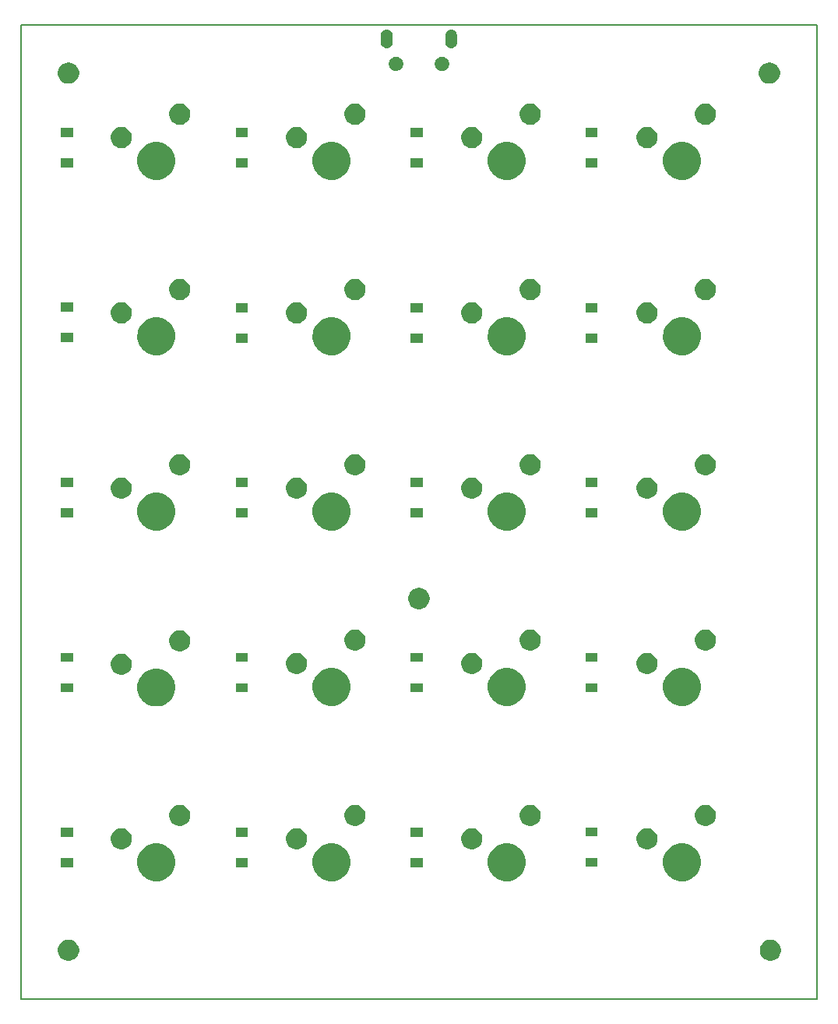
<source format=gbr>
%TF.GenerationSoftware,KiCad,Pcbnew,(5.0.2-5-10.14)*%
%TF.CreationDate,2019-04-08T21:19:03+10:00*%
%TF.ProjectId,macropod,6d616372-6f70-46f6-942e-6b696361645f,rev?*%
%TF.SameCoordinates,Original*%
%TF.FileFunction,Soldermask,Top*%
%TF.FilePolarity,Negative*%
%FSLAX46Y46*%
G04 Gerber Fmt 4.6, Leading zero omitted, Abs format (unit mm)*
G04 Created by KiCad (PCBNEW (5.0.2-5-10.14)) date Monday, 08 April 2019 at 09:19:03 pm*
%MOMM*%
%LPD*%
G01*
G04 APERTURE LIST*
%ADD10C,0.150000*%
G04 APERTURE END LIST*
D10*
X29700000Y-28429951D02*
X29700000Y-134229951D01*
X29700000Y-134229951D02*
X116300000Y-134229951D01*
X116300000Y-28429951D02*
X116300000Y-134229951D01*
X29700000Y-28429951D02*
X116300000Y-28429951D01*
G36*
X111535734Y-127823183D02*
X111745202Y-127909947D01*
X111933723Y-128035913D01*
X112094038Y-128196228D01*
X112220004Y-128384749D01*
X112306768Y-128594217D01*
X112351000Y-128816586D01*
X112351000Y-129043316D01*
X112306768Y-129265685D01*
X112220004Y-129475153D01*
X112094038Y-129663674D01*
X111933723Y-129823989D01*
X111745202Y-129949955D01*
X111535734Y-130036719D01*
X111313365Y-130080951D01*
X111086635Y-130080951D01*
X110864266Y-130036719D01*
X110654798Y-129949955D01*
X110466277Y-129823989D01*
X110305962Y-129663674D01*
X110179996Y-129475153D01*
X110093232Y-129265685D01*
X110049000Y-129043316D01*
X110049000Y-128816586D01*
X110093232Y-128594217D01*
X110179996Y-128384749D01*
X110305962Y-128196228D01*
X110466277Y-128035913D01*
X110654798Y-127909947D01*
X110864266Y-127823183D01*
X111086635Y-127778951D01*
X111313365Y-127778951D01*
X111535734Y-127823183D01*
X111535734Y-127823183D01*
G37*
G36*
X35235734Y-127823183D02*
X35445202Y-127909947D01*
X35633723Y-128035913D01*
X35794038Y-128196228D01*
X35920004Y-128384749D01*
X36006768Y-128594217D01*
X36051000Y-128816586D01*
X36051000Y-129043316D01*
X36006768Y-129265685D01*
X35920004Y-129475153D01*
X35794038Y-129663674D01*
X35633723Y-129823989D01*
X35445202Y-129949955D01*
X35235734Y-130036719D01*
X35013365Y-130080951D01*
X34786635Y-130080951D01*
X34564266Y-130036719D01*
X34354798Y-129949955D01*
X34166277Y-129823989D01*
X34005962Y-129663674D01*
X33879996Y-129475153D01*
X33793232Y-129265685D01*
X33749000Y-129043316D01*
X33749000Y-128816586D01*
X33793232Y-128594217D01*
X33879996Y-128384749D01*
X34005962Y-128196228D01*
X34166277Y-128035913D01*
X34354798Y-127909947D01*
X34564266Y-127823183D01*
X34786635Y-127778951D01*
X35013365Y-127778951D01*
X35235734Y-127823183D01*
X35235734Y-127823183D01*
G37*
G36*
X64098252Y-117407622D02*
X64098254Y-117407623D01*
X64098255Y-117407623D01*
X64471513Y-117562231D01*
X64802905Y-117783661D01*
X64807439Y-117786690D01*
X65093114Y-118072365D01*
X65093116Y-118072368D01*
X65317573Y-118408291D01*
X65472181Y-118781549D01*
X65472182Y-118781552D01*
X65551000Y-119177797D01*
X65551000Y-119581811D01*
X65484526Y-119916000D01*
X65472181Y-119978059D01*
X65317573Y-120351317D01*
X65317572Y-120351318D01*
X65093114Y-120687243D01*
X64807439Y-120972918D01*
X64807436Y-120972920D01*
X64471513Y-121197377D01*
X64098255Y-121351985D01*
X64098254Y-121351985D01*
X64098252Y-121351986D01*
X63702007Y-121430804D01*
X63297993Y-121430804D01*
X62901748Y-121351986D01*
X62901746Y-121351985D01*
X62901745Y-121351985D01*
X62528487Y-121197377D01*
X62192564Y-120972920D01*
X62192561Y-120972918D01*
X61906886Y-120687243D01*
X61682428Y-120351318D01*
X61682427Y-120351317D01*
X61527819Y-119978059D01*
X61515475Y-119916000D01*
X61449000Y-119581811D01*
X61449000Y-119177797D01*
X61527818Y-118781552D01*
X61527819Y-118781549D01*
X61682427Y-118408291D01*
X61906884Y-118072368D01*
X61906886Y-118072365D01*
X62192561Y-117786690D01*
X62197095Y-117783661D01*
X62528487Y-117562231D01*
X62901745Y-117407623D01*
X62901746Y-117407623D01*
X62901748Y-117407622D01*
X63297993Y-117328804D01*
X63702007Y-117328804D01*
X64098252Y-117407622D01*
X64098252Y-117407622D01*
G37*
G36*
X45048301Y-117407622D02*
X45048303Y-117407623D01*
X45048304Y-117407623D01*
X45421562Y-117562231D01*
X45752954Y-117783661D01*
X45757488Y-117786690D01*
X46043163Y-118072365D01*
X46043165Y-118072368D01*
X46267622Y-118408291D01*
X46422230Y-118781549D01*
X46422231Y-118781552D01*
X46501049Y-119177797D01*
X46501049Y-119581811D01*
X46434575Y-119916000D01*
X46422230Y-119978059D01*
X46267622Y-120351317D01*
X46267621Y-120351318D01*
X46043163Y-120687243D01*
X45757488Y-120972918D01*
X45757485Y-120972920D01*
X45421562Y-121197377D01*
X45048304Y-121351985D01*
X45048303Y-121351985D01*
X45048301Y-121351986D01*
X44652056Y-121430804D01*
X44248042Y-121430804D01*
X43851797Y-121351986D01*
X43851795Y-121351985D01*
X43851794Y-121351985D01*
X43478536Y-121197377D01*
X43142613Y-120972920D01*
X43142610Y-120972918D01*
X42856935Y-120687243D01*
X42632477Y-120351318D01*
X42632476Y-120351317D01*
X42477868Y-119978059D01*
X42465524Y-119916000D01*
X42399049Y-119581811D01*
X42399049Y-119177797D01*
X42477867Y-118781552D01*
X42477868Y-118781549D01*
X42632476Y-118408291D01*
X42856933Y-118072368D01*
X42856935Y-118072365D01*
X43142610Y-117786690D01*
X43147144Y-117783661D01*
X43478536Y-117562231D01*
X43851794Y-117407623D01*
X43851795Y-117407623D01*
X43851797Y-117407622D01*
X44248042Y-117328804D01*
X44652056Y-117328804D01*
X45048301Y-117407622D01*
X45048301Y-117407622D01*
G37*
G36*
X102198252Y-117407622D02*
X102198254Y-117407623D01*
X102198255Y-117407623D01*
X102571513Y-117562231D01*
X102902905Y-117783661D01*
X102907439Y-117786690D01*
X103193114Y-118072365D01*
X103193116Y-118072368D01*
X103417573Y-118408291D01*
X103572181Y-118781549D01*
X103572182Y-118781552D01*
X103651000Y-119177797D01*
X103651000Y-119581811D01*
X103584526Y-119916000D01*
X103572181Y-119978059D01*
X103417573Y-120351317D01*
X103417572Y-120351318D01*
X103193114Y-120687243D01*
X102907439Y-120972918D01*
X102907436Y-120972920D01*
X102571513Y-121197377D01*
X102198255Y-121351985D01*
X102198254Y-121351985D01*
X102198252Y-121351986D01*
X101802007Y-121430804D01*
X101397993Y-121430804D01*
X101001748Y-121351986D01*
X101001746Y-121351985D01*
X101001745Y-121351985D01*
X100628487Y-121197377D01*
X100292564Y-120972920D01*
X100292561Y-120972918D01*
X100006886Y-120687243D01*
X99782428Y-120351318D01*
X99782427Y-120351317D01*
X99627819Y-119978059D01*
X99615475Y-119916000D01*
X99549000Y-119581811D01*
X99549000Y-119177797D01*
X99627818Y-118781552D01*
X99627819Y-118781549D01*
X99782427Y-118408291D01*
X100006884Y-118072368D01*
X100006886Y-118072365D01*
X100292561Y-117786690D01*
X100297095Y-117783661D01*
X100628487Y-117562231D01*
X101001745Y-117407623D01*
X101001746Y-117407623D01*
X101001748Y-117407622D01*
X101397993Y-117328804D01*
X101802007Y-117328804D01*
X102198252Y-117407622D01*
X102198252Y-117407622D01*
G37*
G36*
X83148203Y-117407622D02*
X83148205Y-117407623D01*
X83148206Y-117407623D01*
X83521464Y-117562231D01*
X83852856Y-117783661D01*
X83857390Y-117786690D01*
X84143065Y-118072365D01*
X84143067Y-118072368D01*
X84367524Y-118408291D01*
X84522132Y-118781549D01*
X84522133Y-118781552D01*
X84600951Y-119177797D01*
X84600951Y-119581811D01*
X84534477Y-119916000D01*
X84522132Y-119978059D01*
X84367524Y-120351317D01*
X84367523Y-120351318D01*
X84143065Y-120687243D01*
X83857390Y-120972918D01*
X83857387Y-120972920D01*
X83521464Y-121197377D01*
X83148206Y-121351985D01*
X83148205Y-121351985D01*
X83148203Y-121351986D01*
X82751958Y-121430804D01*
X82347944Y-121430804D01*
X81951699Y-121351986D01*
X81951697Y-121351985D01*
X81951696Y-121351985D01*
X81578438Y-121197377D01*
X81242515Y-120972920D01*
X81242512Y-120972918D01*
X80956837Y-120687243D01*
X80732379Y-120351318D01*
X80732378Y-120351317D01*
X80577770Y-119978059D01*
X80565426Y-119916000D01*
X80498951Y-119581811D01*
X80498951Y-119177797D01*
X80577769Y-118781552D01*
X80577770Y-118781549D01*
X80732378Y-118408291D01*
X80956835Y-118072368D01*
X80956837Y-118072365D01*
X81242512Y-117786690D01*
X81247046Y-117783661D01*
X81578438Y-117562231D01*
X81951696Y-117407623D01*
X81951697Y-117407623D01*
X81951699Y-117407622D01*
X82347944Y-117328804D01*
X82751958Y-117328804D01*
X83148203Y-117407622D01*
X83148203Y-117407622D01*
G37*
G36*
X73391000Y-119916000D02*
X72089000Y-119916000D01*
X72089000Y-118914000D01*
X73391000Y-118914000D01*
X73391000Y-119916000D01*
X73391000Y-119916000D01*
G37*
G36*
X54391000Y-119916000D02*
X53089000Y-119916000D01*
X53089000Y-118914000D01*
X54391000Y-118914000D01*
X54391000Y-119916000D01*
X54391000Y-119916000D01*
G37*
G36*
X35391000Y-119916000D02*
X34089000Y-119916000D01*
X34089000Y-118914000D01*
X35391000Y-118914000D01*
X35391000Y-119916000D01*
X35391000Y-119916000D01*
G37*
G36*
X92391000Y-119891000D02*
X91089000Y-119891000D01*
X91089000Y-118889000D01*
X92391000Y-118889000D01*
X92391000Y-119891000D01*
X92391000Y-119891000D01*
G37*
G36*
X98125734Y-115733036D02*
X98335202Y-115819800D01*
X98523723Y-115945766D01*
X98684038Y-116106081D01*
X98810004Y-116294602D01*
X98896768Y-116504070D01*
X98941000Y-116726439D01*
X98941000Y-116953169D01*
X98896768Y-117175538D01*
X98810004Y-117385006D01*
X98684038Y-117573527D01*
X98523723Y-117733842D01*
X98335202Y-117859808D01*
X98125734Y-117946572D01*
X97903365Y-117990804D01*
X97676635Y-117990804D01*
X97454266Y-117946572D01*
X97244798Y-117859808D01*
X97056277Y-117733842D01*
X96895962Y-117573527D01*
X96769996Y-117385006D01*
X96683232Y-117175538D01*
X96639000Y-116953169D01*
X96639000Y-116726439D01*
X96683232Y-116504070D01*
X96769996Y-116294602D01*
X96895962Y-116106081D01*
X97056277Y-115945766D01*
X97244798Y-115819800D01*
X97454266Y-115733036D01*
X97676635Y-115688804D01*
X97903365Y-115688804D01*
X98125734Y-115733036D01*
X98125734Y-115733036D01*
G37*
G36*
X79075685Y-115733036D02*
X79285153Y-115819800D01*
X79473674Y-115945766D01*
X79633989Y-116106081D01*
X79759955Y-116294602D01*
X79846719Y-116504070D01*
X79890951Y-116726439D01*
X79890951Y-116953169D01*
X79846719Y-117175538D01*
X79759955Y-117385006D01*
X79633989Y-117573527D01*
X79473674Y-117733842D01*
X79285153Y-117859808D01*
X79075685Y-117946572D01*
X78853316Y-117990804D01*
X78626586Y-117990804D01*
X78404217Y-117946572D01*
X78194749Y-117859808D01*
X78006228Y-117733842D01*
X77845913Y-117573527D01*
X77719947Y-117385006D01*
X77633183Y-117175538D01*
X77588951Y-116953169D01*
X77588951Y-116726439D01*
X77633183Y-116504070D01*
X77719947Y-116294602D01*
X77845913Y-116106081D01*
X78006228Y-115945766D01*
X78194749Y-115819800D01*
X78404217Y-115733036D01*
X78626586Y-115688804D01*
X78853316Y-115688804D01*
X79075685Y-115733036D01*
X79075685Y-115733036D01*
G37*
G36*
X60025734Y-115733036D02*
X60235202Y-115819800D01*
X60423723Y-115945766D01*
X60584038Y-116106081D01*
X60710004Y-116294602D01*
X60796768Y-116504070D01*
X60841000Y-116726439D01*
X60841000Y-116953169D01*
X60796768Y-117175538D01*
X60710004Y-117385006D01*
X60584038Y-117573527D01*
X60423723Y-117733842D01*
X60235202Y-117859808D01*
X60025734Y-117946572D01*
X59803365Y-117990804D01*
X59576635Y-117990804D01*
X59354266Y-117946572D01*
X59144798Y-117859808D01*
X58956277Y-117733842D01*
X58795962Y-117573527D01*
X58669996Y-117385006D01*
X58583232Y-117175538D01*
X58539000Y-116953169D01*
X58539000Y-116726439D01*
X58583232Y-116504070D01*
X58669996Y-116294602D01*
X58795962Y-116106081D01*
X58956277Y-115945766D01*
X59144798Y-115819800D01*
X59354266Y-115733036D01*
X59576635Y-115688804D01*
X59803365Y-115688804D01*
X60025734Y-115733036D01*
X60025734Y-115733036D01*
G37*
G36*
X40975783Y-115733036D02*
X41185251Y-115819800D01*
X41373772Y-115945766D01*
X41534087Y-116106081D01*
X41660053Y-116294602D01*
X41746817Y-116504070D01*
X41791049Y-116726439D01*
X41791049Y-116953169D01*
X41746817Y-117175538D01*
X41660053Y-117385006D01*
X41534087Y-117573527D01*
X41373772Y-117733842D01*
X41185251Y-117859808D01*
X40975783Y-117946572D01*
X40753414Y-117990804D01*
X40526684Y-117990804D01*
X40304315Y-117946572D01*
X40094847Y-117859808D01*
X39906326Y-117733842D01*
X39746011Y-117573527D01*
X39620045Y-117385006D01*
X39533281Y-117175538D01*
X39489049Y-116953169D01*
X39489049Y-116726439D01*
X39533281Y-116504070D01*
X39620045Y-116294602D01*
X39746011Y-116106081D01*
X39906326Y-115945766D01*
X40094847Y-115819800D01*
X40304315Y-115733036D01*
X40526684Y-115688804D01*
X40753414Y-115688804D01*
X40975783Y-115733036D01*
X40975783Y-115733036D01*
G37*
G36*
X73391000Y-116616000D02*
X72089000Y-116616000D01*
X72089000Y-115614000D01*
X73391000Y-115614000D01*
X73391000Y-116616000D01*
X73391000Y-116616000D01*
G37*
G36*
X54391000Y-116616000D02*
X53089000Y-116616000D01*
X53089000Y-115614000D01*
X54391000Y-115614000D01*
X54391000Y-116616000D01*
X54391000Y-116616000D01*
G37*
G36*
X35391000Y-116616000D02*
X34089000Y-116616000D01*
X34089000Y-115614000D01*
X35391000Y-115614000D01*
X35391000Y-116616000D01*
X35391000Y-116616000D01*
G37*
G36*
X92391000Y-116591000D02*
X91089000Y-116591000D01*
X91089000Y-115589000D01*
X92391000Y-115589000D01*
X92391000Y-116591000D01*
X92391000Y-116591000D01*
G37*
G36*
X47325783Y-113193036D02*
X47535251Y-113279800D01*
X47723772Y-113405766D01*
X47884087Y-113566081D01*
X48010053Y-113754602D01*
X48096817Y-113964070D01*
X48141049Y-114186439D01*
X48141049Y-114413169D01*
X48096817Y-114635538D01*
X48010053Y-114845006D01*
X47884087Y-115033527D01*
X47723772Y-115193842D01*
X47535251Y-115319808D01*
X47325783Y-115406572D01*
X47103414Y-115450804D01*
X46876684Y-115450804D01*
X46654315Y-115406572D01*
X46444847Y-115319808D01*
X46256326Y-115193842D01*
X46096011Y-115033527D01*
X45970045Y-114845006D01*
X45883281Y-114635538D01*
X45839049Y-114413169D01*
X45839049Y-114186439D01*
X45883281Y-113964070D01*
X45970045Y-113754602D01*
X46096011Y-113566081D01*
X46256326Y-113405766D01*
X46444847Y-113279800D01*
X46654315Y-113193036D01*
X46876684Y-113148804D01*
X47103414Y-113148804D01*
X47325783Y-113193036D01*
X47325783Y-113193036D01*
G37*
G36*
X104475734Y-113193036D02*
X104685202Y-113279800D01*
X104873723Y-113405766D01*
X105034038Y-113566081D01*
X105160004Y-113754602D01*
X105246768Y-113964070D01*
X105291000Y-114186439D01*
X105291000Y-114413169D01*
X105246768Y-114635538D01*
X105160004Y-114845006D01*
X105034038Y-115033527D01*
X104873723Y-115193842D01*
X104685202Y-115319808D01*
X104475734Y-115406572D01*
X104253365Y-115450804D01*
X104026635Y-115450804D01*
X103804266Y-115406572D01*
X103594798Y-115319808D01*
X103406277Y-115193842D01*
X103245962Y-115033527D01*
X103119996Y-114845006D01*
X103033232Y-114635538D01*
X102989000Y-114413169D01*
X102989000Y-114186439D01*
X103033232Y-113964070D01*
X103119996Y-113754602D01*
X103245962Y-113566081D01*
X103406277Y-113405766D01*
X103594798Y-113279800D01*
X103804266Y-113193036D01*
X104026635Y-113148804D01*
X104253365Y-113148804D01*
X104475734Y-113193036D01*
X104475734Y-113193036D01*
G37*
G36*
X85425685Y-113193036D02*
X85635153Y-113279800D01*
X85823674Y-113405766D01*
X85983989Y-113566081D01*
X86109955Y-113754602D01*
X86196719Y-113964070D01*
X86240951Y-114186439D01*
X86240951Y-114413169D01*
X86196719Y-114635538D01*
X86109955Y-114845006D01*
X85983989Y-115033527D01*
X85823674Y-115193842D01*
X85635153Y-115319808D01*
X85425685Y-115406572D01*
X85203316Y-115450804D01*
X84976586Y-115450804D01*
X84754217Y-115406572D01*
X84544749Y-115319808D01*
X84356228Y-115193842D01*
X84195913Y-115033527D01*
X84069947Y-114845006D01*
X83983183Y-114635538D01*
X83938951Y-114413169D01*
X83938951Y-114186439D01*
X83983183Y-113964070D01*
X84069947Y-113754602D01*
X84195913Y-113566081D01*
X84356228Y-113405766D01*
X84544749Y-113279800D01*
X84754217Y-113193036D01*
X84976586Y-113148804D01*
X85203316Y-113148804D01*
X85425685Y-113193036D01*
X85425685Y-113193036D01*
G37*
G36*
X66375734Y-113193036D02*
X66585202Y-113279800D01*
X66773723Y-113405766D01*
X66934038Y-113566081D01*
X67060004Y-113754602D01*
X67146768Y-113964070D01*
X67191000Y-114186439D01*
X67191000Y-114413169D01*
X67146768Y-114635538D01*
X67060004Y-114845006D01*
X66934038Y-115033527D01*
X66773723Y-115193842D01*
X66585202Y-115319808D01*
X66375734Y-115406572D01*
X66153365Y-115450804D01*
X65926635Y-115450804D01*
X65704266Y-115406572D01*
X65494798Y-115319808D01*
X65306277Y-115193842D01*
X65145962Y-115033527D01*
X65019996Y-114845006D01*
X64933232Y-114635538D01*
X64889000Y-114413169D01*
X64889000Y-114186439D01*
X64933232Y-113964070D01*
X65019996Y-113754602D01*
X65145962Y-113566081D01*
X65306277Y-113405766D01*
X65494798Y-113279800D01*
X65704266Y-113193036D01*
X65926635Y-113148804D01*
X66153365Y-113148804D01*
X66375734Y-113193036D01*
X66375734Y-113193036D01*
G37*
G36*
X45048301Y-98424526D02*
X45048303Y-98424527D01*
X45048304Y-98424527D01*
X45421562Y-98579135D01*
X45752954Y-98800565D01*
X45757488Y-98803594D01*
X46043163Y-99089269D01*
X46043165Y-99089272D01*
X46267622Y-99425195D01*
X46394538Y-99731598D01*
X46422231Y-99798456D01*
X46501049Y-100194701D01*
X46501049Y-100598715D01*
X46435529Y-100928108D01*
X46422230Y-100994963D01*
X46267622Y-101368221D01*
X46267621Y-101368222D01*
X46043163Y-101704147D01*
X45757488Y-101989822D01*
X45757485Y-101989824D01*
X45421562Y-102214281D01*
X45048304Y-102368889D01*
X45048303Y-102368889D01*
X45048301Y-102368890D01*
X44652056Y-102447708D01*
X44248042Y-102447708D01*
X43851797Y-102368890D01*
X43851795Y-102368889D01*
X43851794Y-102368889D01*
X43478536Y-102214281D01*
X43142613Y-101989824D01*
X43142610Y-101989822D01*
X42856935Y-101704147D01*
X42632477Y-101368222D01*
X42632476Y-101368221D01*
X42477868Y-100994963D01*
X42464570Y-100928108D01*
X42399049Y-100598715D01*
X42399049Y-100194701D01*
X42477867Y-99798456D01*
X42505560Y-99731598D01*
X42632476Y-99425195D01*
X42856933Y-99089272D01*
X42856935Y-99089269D01*
X43142610Y-98803594D01*
X43147144Y-98800565D01*
X43478536Y-98579135D01*
X43851794Y-98424527D01*
X43851795Y-98424527D01*
X43851797Y-98424526D01*
X44248042Y-98345708D01*
X44652056Y-98345708D01*
X45048301Y-98424526D01*
X45048301Y-98424526D01*
G37*
G36*
X64098252Y-98357671D02*
X64098254Y-98357672D01*
X64098255Y-98357672D01*
X64471513Y-98512280D01*
X64802905Y-98733710D01*
X64807439Y-98736739D01*
X65093114Y-99022414D01*
X65093116Y-99022417D01*
X65317573Y-99358340D01*
X65345265Y-99425195D01*
X65472182Y-99731601D01*
X65551000Y-100127846D01*
X65551000Y-100531860D01*
X65474590Y-100916000D01*
X65472181Y-100928108D01*
X65317573Y-101301366D01*
X65317572Y-101301367D01*
X65093114Y-101637292D01*
X64807439Y-101922967D01*
X64807436Y-101922969D01*
X64471513Y-102147426D01*
X64098255Y-102302034D01*
X64098254Y-102302034D01*
X64098252Y-102302035D01*
X63702007Y-102380853D01*
X63297993Y-102380853D01*
X62901748Y-102302035D01*
X62901746Y-102302034D01*
X62901745Y-102302034D01*
X62528487Y-102147426D01*
X62192564Y-101922969D01*
X62192561Y-101922967D01*
X61906886Y-101637292D01*
X61682428Y-101301367D01*
X61682427Y-101301366D01*
X61527819Y-100928108D01*
X61525411Y-100916000D01*
X61449000Y-100531860D01*
X61449000Y-100127846D01*
X61527818Y-99731601D01*
X61654735Y-99425195D01*
X61682427Y-99358340D01*
X61906884Y-99022417D01*
X61906886Y-99022414D01*
X62192561Y-98736739D01*
X62197095Y-98733710D01*
X62528487Y-98512280D01*
X62901745Y-98357672D01*
X62901746Y-98357672D01*
X62901748Y-98357671D01*
X63297993Y-98278853D01*
X63702007Y-98278853D01*
X64098252Y-98357671D01*
X64098252Y-98357671D01*
G37*
G36*
X83148203Y-98357671D02*
X83148205Y-98357672D01*
X83148206Y-98357672D01*
X83521464Y-98512280D01*
X83852856Y-98733710D01*
X83857390Y-98736739D01*
X84143065Y-99022414D01*
X84143067Y-99022417D01*
X84367524Y-99358340D01*
X84395216Y-99425195D01*
X84522133Y-99731601D01*
X84600951Y-100127846D01*
X84600951Y-100531860D01*
X84524541Y-100916000D01*
X84522132Y-100928108D01*
X84367524Y-101301366D01*
X84367523Y-101301367D01*
X84143065Y-101637292D01*
X83857390Y-101922967D01*
X83857387Y-101922969D01*
X83521464Y-102147426D01*
X83148206Y-102302034D01*
X83148205Y-102302034D01*
X83148203Y-102302035D01*
X82751958Y-102380853D01*
X82347944Y-102380853D01*
X81951699Y-102302035D01*
X81951697Y-102302034D01*
X81951696Y-102302034D01*
X81578438Y-102147426D01*
X81242515Y-101922969D01*
X81242512Y-101922967D01*
X80956837Y-101637292D01*
X80732379Y-101301367D01*
X80732378Y-101301366D01*
X80577770Y-100928108D01*
X80575362Y-100916000D01*
X80498951Y-100531860D01*
X80498951Y-100127846D01*
X80577769Y-99731601D01*
X80704686Y-99425195D01*
X80732378Y-99358340D01*
X80956835Y-99022417D01*
X80956837Y-99022414D01*
X81242512Y-98736739D01*
X81247046Y-98733710D01*
X81578438Y-98512280D01*
X81951696Y-98357672D01*
X81951697Y-98357672D01*
X81951699Y-98357671D01*
X82347944Y-98278853D01*
X82751958Y-98278853D01*
X83148203Y-98357671D01*
X83148203Y-98357671D01*
G37*
G36*
X102198154Y-98357671D02*
X102198156Y-98357672D01*
X102198157Y-98357672D01*
X102571415Y-98512280D01*
X102902807Y-98733710D01*
X102907341Y-98736739D01*
X103193016Y-99022414D01*
X103193018Y-99022417D01*
X103417475Y-99358340D01*
X103445167Y-99425195D01*
X103572084Y-99731601D01*
X103650902Y-100127846D01*
X103650902Y-100531860D01*
X103574492Y-100916000D01*
X103572083Y-100928108D01*
X103417475Y-101301366D01*
X103417474Y-101301367D01*
X103193016Y-101637292D01*
X102907341Y-101922967D01*
X102907338Y-101922969D01*
X102571415Y-102147426D01*
X102198157Y-102302034D01*
X102198156Y-102302034D01*
X102198154Y-102302035D01*
X101801909Y-102380853D01*
X101397895Y-102380853D01*
X101001650Y-102302035D01*
X101001648Y-102302034D01*
X101001647Y-102302034D01*
X100628389Y-102147426D01*
X100292466Y-101922969D01*
X100292463Y-101922967D01*
X100006788Y-101637292D01*
X99782330Y-101301367D01*
X99782329Y-101301366D01*
X99627721Y-100928108D01*
X99625313Y-100916000D01*
X99548902Y-100531860D01*
X99548902Y-100127846D01*
X99627720Y-99731601D01*
X99754637Y-99425195D01*
X99782329Y-99358340D01*
X100006786Y-99022417D01*
X100006788Y-99022414D01*
X100292463Y-98736739D01*
X100296997Y-98733710D01*
X100628389Y-98512280D01*
X101001647Y-98357672D01*
X101001648Y-98357672D01*
X101001650Y-98357671D01*
X101397895Y-98278853D01*
X101801909Y-98278853D01*
X102198154Y-98357671D01*
X102198154Y-98357671D01*
G37*
G36*
X54391000Y-100916000D02*
X53089000Y-100916000D01*
X53089000Y-99914000D01*
X54391000Y-99914000D01*
X54391000Y-100916000D01*
X54391000Y-100916000D01*
G37*
G36*
X73391000Y-100916000D02*
X72089000Y-100916000D01*
X72089000Y-99914000D01*
X73391000Y-99914000D01*
X73391000Y-100916000D01*
X73391000Y-100916000D01*
G37*
G36*
X92391000Y-100916000D02*
X91089000Y-100916000D01*
X91089000Y-99914000D01*
X92391000Y-99914000D01*
X92391000Y-100916000D01*
X92391000Y-100916000D01*
G37*
G36*
X35391000Y-100916000D02*
X34089000Y-100916000D01*
X34089000Y-99914000D01*
X35391000Y-99914000D01*
X35391000Y-100916000D01*
X35391000Y-100916000D01*
G37*
G36*
X40975783Y-96749940D02*
X41185251Y-96836704D01*
X41373772Y-96962670D01*
X41534087Y-97122985D01*
X41660053Y-97311506D01*
X41746817Y-97520974D01*
X41791049Y-97743343D01*
X41791049Y-97970073D01*
X41746817Y-98192442D01*
X41660053Y-98401910D01*
X41534087Y-98590431D01*
X41373772Y-98750746D01*
X41185251Y-98876712D01*
X40975783Y-98963476D01*
X40753414Y-99007708D01*
X40526684Y-99007708D01*
X40304315Y-98963476D01*
X40094847Y-98876712D01*
X39906326Y-98750746D01*
X39746011Y-98590431D01*
X39620045Y-98401910D01*
X39533281Y-98192442D01*
X39489049Y-97970073D01*
X39489049Y-97743343D01*
X39533281Y-97520974D01*
X39620045Y-97311506D01*
X39746011Y-97122985D01*
X39906326Y-96962670D01*
X40094847Y-96836704D01*
X40304315Y-96749940D01*
X40526684Y-96705708D01*
X40753414Y-96705708D01*
X40975783Y-96749940D01*
X40975783Y-96749940D01*
G37*
G36*
X79075685Y-96683085D02*
X79285153Y-96769849D01*
X79473674Y-96895815D01*
X79633989Y-97056130D01*
X79759955Y-97244651D01*
X79846719Y-97454119D01*
X79890951Y-97676488D01*
X79890951Y-97903218D01*
X79846719Y-98125587D01*
X79759955Y-98335055D01*
X79633989Y-98523576D01*
X79473674Y-98683891D01*
X79285153Y-98809857D01*
X79075685Y-98896621D01*
X78853316Y-98940853D01*
X78626586Y-98940853D01*
X78404217Y-98896621D01*
X78194749Y-98809857D01*
X78006228Y-98683891D01*
X77845913Y-98523576D01*
X77719947Y-98335055D01*
X77633183Y-98125587D01*
X77588951Y-97903218D01*
X77588951Y-97676488D01*
X77633183Y-97454119D01*
X77719947Y-97244651D01*
X77845913Y-97056130D01*
X78006228Y-96895815D01*
X78194749Y-96769849D01*
X78404217Y-96683085D01*
X78626586Y-96638853D01*
X78853316Y-96638853D01*
X79075685Y-96683085D01*
X79075685Y-96683085D01*
G37*
G36*
X60025734Y-96683085D02*
X60235202Y-96769849D01*
X60423723Y-96895815D01*
X60584038Y-97056130D01*
X60710004Y-97244651D01*
X60796768Y-97454119D01*
X60841000Y-97676488D01*
X60841000Y-97903218D01*
X60796768Y-98125587D01*
X60710004Y-98335055D01*
X60584038Y-98523576D01*
X60423723Y-98683891D01*
X60235202Y-98809857D01*
X60025734Y-98896621D01*
X59803365Y-98940853D01*
X59576635Y-98940853D01*
X59354266Y-98896621D01*
X59144798Y-98809857D01*
X58956277Y-98683891D01*
X58795962Y-98523576D01*
X58669996Y-98335055D01*
X58583232Y-98125587D01*
X58539000Y-97903218D01*
X58539000Y-97676488D01*
X58583232Y-97454119D01*
X58669996Y-97244651D01*
X58795962Y-97056130D01*
X58956277Y-96895815D01*
X59144798Y-96769849D01*
X59354266Y-96683085D01*
X59576635Y-96638853D01*
X59803365Y-96638853D01*
X60025734Y-96683085D01*
X60025734Y-96683085D01*
G37*
G36*
X98125636Y-96683085D02*
X98335104Y-96769849D01*
X98523625Y-96895815D01*
X98683940Y-97056130D01*
X98809906Y-97244651D01*
X98896670Y-97454119D01*
X98940902Y-97676488D01*
X98940902Y-97903218D01*
X98896670Y-98125587D01*
X98809906Y-98335055D01*
X98683940Y-98523576D01*
X98523625Y-98683891D01*
X98335104Y-98809857D01*
X98125636Y-98896621D01*
X97903267Y-98940853D01*
X97676537Y-98940853D01*
X97454168Y-98896621D01*
X97244700Y-98809857D01*
X97056179Y-98683891D01*
X96895864Y-98523576D01*
X96769898Y-98335055D01*
X96683134Y-98125587D01*
X96638902Y-97903218D01*
X96638902Y-97676488D01*
X96683134Y-97454119D01*
X96769898Y-97244651D01*
X96895864Y-97056130D01*
X97056179Y-96895815D01*
X97244700Y-96769849D01*
X97454168Y-96683085D01*
X97676537Y-96638853D01*
X97903267Y-96638853D01*
X98125636Y-96683085D01*
X98125636Y-96683085D01*
G37*
G36*
X54391000Y-97616000D02*
X53089000Y-97616000D01*
X53089000Y-96614000D01*
X54391000Y-96614000D01*
X54391000Y-97616000D01*
X54391000Y-97616000D01*
G37*
G36*
X92391000Y-97616000D02*
X91089000Y-97616000D01*
X91089000Y-96614000D01*
X92391000Y-96614000D01*
X92391000Y-97616000D01*
X92391000Y-97616000D01*
G37*
G36*
X73391000Y-97616000D02*
X72089000Y-97616000D01*
X72089000Y-96614000D01*
X73391000Y-96614000D01*
X73391000Y-97616000D01*
X73391000Y-97616000D01*
G37*
G36*
X35391000Y-97616000D02*
X34089000Y-97616000D01*
X34089000Y-96614000D01*
X35391000Y-96614000D01*
X35391000Y-97616000D01*
X35391000Y-97616000D01*
G37*
G36*
X47325783Y-94209940D02*
X47535251Y-94296704D01*
X47723772Y-94422670D01*
X47884087Y-94582985D01*
X48010053Y-94771506D01*
X48096817Y-94980974D01*
X48141049Y-95203343D01*
X48141049Y-95430073D01*
X48096817Y-95652442D01*
X48010053Y-95861910D01*
X47884087Y-96050431D01*
X47723772Y-96210746D01*
X47535251Y-96336712D01*
X47325783Y-96423476D01*
X47103414Y-96467708D01*
X46876684Y-96467708D01*
X46654315Y-96423476D01*
X46444847Y-96336712D01*
X46256326Y-96210746D01*
X46096011Y-96050431D01*
X45970045Y-95861910D01*
X45883281Y-95652442D01*
X45839049Y-95430073D01*
X45839049Y-95203343D01*
X45883281Y-94980974D01*
X45970045Y-94771506D01*
X46096011Y-94582985D01*
X46256326Y-94422670D01*
X46444847Y-94296704D01*
X46654315Y-94209940D01*
X46876684Y-94165708D01*
X47103414Y-94165708D01*
X47325783Y-94209940D01*
X47325783Y-94209940D01*
G37*
G36*
X85425685Y-94143085D02*
X85635153Y-94229849D01*
X85823674Y-94355815D01*
X85983989Y-94516130D01*
X86109955Y-94704651D01*
X86196719Y-94914119D01*
X86240951Y-95136488D01*
X86240951Y-95363218D01*
X86196719Y-95585587D01*
X86109955Y-95795055D01*
X85983989Y-95983576D01*
X85823674Y-96143891D01*
X85635153Y-96269857D01*
X85425685Y-96356621D01*
X85203316Y-96400853D01*
X84976586Y-96400853D01*
X84754217Y-96356621D01*
X84544749Y-96269857D01*
X84356228Y-96143891D01*
X84195913Y-95983576D01*
X84069947Y-95795055D01*
X83983183Y-95585587D01*
X83938951Y-95363218D01*
X83938951Y-95136488D01*
X83983183Y-94914119D01*
X84069947Y-94704651D01*
X84195913Y-94516130D01*
X84356228Y-94355815D01*
X84544749Y-94229849D01*
X84754217Y-94143085D01*
X84976586Y-94098853D01*
X85203316Y-94098853D01*
X85425685Y-94143085D01*
X85425685Y-94143085D01*
G37*
G36*
X66375734Y-94143085D02*
X66585202Y-94229849D01*
X66773723Y-94355815D01*
X66934038Y-94516130D01*
X67060004Y-94704651D01*
X67146768Y-94914119D01*
X67191000Y-95136488D01*
X67191000Y-95363218D01*
X67146768Y-95585587D01*
X67060004Y-95795055D01*
X66934038Y-95983576D01*
X66773723Y-96143891D01*
X66585202Y-96269857D01*
X66375734Y-96356621D01*
X66153365Y-96400853D01*
X65926635Y-96400853D01*
X65704266Y-96356621D01*
X65494798Y-96269857D01*
X65306277Y-96143891D01*
X65145962Y-95983576D01*
X65019996Y-95795055D01*
X64933232Y-95585587D01*
X64889000Y-95363218D01*
X64889000Y-95136488D01*
X64933232Y-94914119D01*
X65019996Y-94704651D01*
X65145962Y-94516130D01*
X65306277Y-94355815D01*
X65494798Y-94229849D01*
X65704266Y-94143085D01*
X65926635Y-94098853D01*
X66153365Y-94098853D01*
X66375734Y-94143085D01*
X66375734Y-94143085D01*
G37*
G36*
X104475636Y-94143085D02*
X104685104Y-94229849D01*
X104873625Y-94355815D01*
X105033940Y-94516130D01*
X105159906Y-94704651D01*
X105246670Y-94914119D01*
X105290902Y-95136488D01*
X105290902Y-95363218D01*
X105246670Y-95585587D01*
X105159906Y-95795055D01*
X105033940Y-95983576D01*
X104873625Y-96143891D01*
X104685104Y-96269857D01*
X104475636Y-96356621D01*
X104253267Y-96400853D01*
X104026537Y-96400853D01*
X103804168Y-96356621D01*
X103594700Y-96269857D01*
X103406179Y-96143891D01*
X103245864Y-95983576D01*
X103119898Y-95795055D01*
X103033134Y-95585587D01*
X102988902Y-95363218D01*
X102988902Y-95136488D01*
X103033134Y-94914119D01*
X103119898Y-94704651D01*
X103245864Y-94516130D01*
X103406179Y-94355815D01*
X103594700Y-94229849D01*
X103804168Y-94143085D01*
X104026537Y-94098853D01*
X104253267Y-94098853D01*
X104475636Y-94143085D01*
X104475636Y-94143085D01*
G37*
G36*
X73335734Y-89623183D02*
X73545202Y-89709947D01*
X73733723Y-89835913D01*
X73894038Y-89996228D01*
X74020004Y-90184749D01*
X74106768Y-90394217D01*
X74151000Y-90616586D01*
X74151000Y-90843316D01*
X74106768Y-91065685D01*
X74020004Y-91275153D01*
X73894038Y-91463674D01*
X73733723Y-91623989D01*
X73545202Y-91749955D01*
X73335734Y-91836719D01*
X73113365Y-91880951D01*
X72886635Y-91880951D01*
X72664266Y-91836719D01*
X72454798Y-91749955D01*
X72266277Y-91623989D01*
X72105962Y-91463674D01*
X71979996Y-91275153D01*
X71893232Y-91065685D01*
X71849000Y-90843316D01*
X71849000Y-90616586D01*
X71893232Y-90394217D01*
X71979996Y-90184749D01*
X72105962Y-89996228D01*
X72266277Y-89835913D01*
X72454798Y-89709947D01*
X72664266Y-89623183D01*
X72886635Y-89578951D01*
X73113365Y-89578951D01*
X73335734Y-89623183D01*
X73335734Y-89623183D01*
G37*
G36*
X45048301Y-79307720D02*
X45048303Y-79307721D01*
X45048304Y-79307721D01*
X45421562Y-79462329D01*
X45752954Y-79683759D01*
X45757488Y-79686788D01*
X46043163Y-79972463D01*
X46043165Y-79972466D01*
X46267622Y-80308389D01*
X46422230Y-80681647D01*
X46501049Y-81077896D01*
X46501049Y-81481908D01*
X46422230Y-81878157D01*
X46267622Y-82251415D01*
X46267621Y-82251416D01*
X46043163Y-82587341D01*
X45757488Y-82873016D01*
X45757485Y-82873018D01*
X45421562Y-83097475D01*
X45048304Y-83252083D01*
X45048303Y-83252083D01*
X45048301Y-83252084D01*
X44652056Y-83330902D01*
X44248042Y-83330902D01*
X43851797Y-83252084D01*
X43851795Y-83252083D01*
X43851794Y-83252083D01*
X43478536Y-83097475D01*
X43142613Y-82873018D01*
X43142610Y-82873016D01*
X42856935Y-82587341D01*
X42632477Y-82251416D01*
X42632476Y-82251415D01*
X42477868Y-81878157D01*
X42399049Y-81481908D01*
X42399049Y-81077896D01*
X42477868Y-80681647D01*
X42632476Y-80308389D01*
X42856933Y-79972466D01*
X42856935Y-79972463D01*
X43142610Y-79686788D01*
X43147144Y-79683759D01*
X43478536Y-79462329D01*
X43851794Y-79307721D01*
X43851795Y-79307721D01*
X43851797Y-79307720D01*
X44248042Y-79228902D01*
X44652056Y-79228902D01*
X45048301Y-79307720D01*
X45048301Y-79307720D01*
G37*
G36*
X102198154Y-79307720D02*
X102198156Y-79307721D01*
X102198157Y-79307721D01*
X102571415Y-79462329D01*
X102902807Y-79683759D01*
X102907341Y-79686788D01*
X103193016Y-79972463D01*
X103193018Y-79972466D01*
X103417475Y-80308389D01*
X103572083Y-80681647D01*
X103650902Y-81077896D01*
X103650902Y-81481908D01*
X103572083Y-81878157D01*
X103417475Y-82251415D01*
X103417474Y-82251416D01*
X103193016Y-82587341D01*
X102907341Y-82873016D01*
X102907338Y-82873018D01*
X102571415Y-83097475D01*
X102198157Y-83252083D01*
X102198156Y-83252083D01*
X102198154Y-83252084D01*
X101801909Y-83330902D01*
X101397895Y-83330902D01*
X101001650Y-83252084D01*
X101001648Y-83252083D01*
X101001647Y-83252083D01*
X100628389Y-83097475D01*
X100292466Y-82873018D01*
X100292463Y-82873016D01*
X100006788Y-82587341D01*
X99782330Y-82251416D01*
X99782329Y-82251415D01*
X99627721Y-81878157D01*
X99548902Y-81481908D01*
X99548902Y-81077896D01*
X99627721Y-80681647D01*
X99782329Y-80308389D01*
X100006786Y-79972466D01*
X100006788Y-79972463D01*
X100292463Y-79686788D01*
X100296997Y-79683759D01*
X100628389Y-79462329D01*
X101001647Y-79307721D01*
X101001648Y-79307721D01*
X101001650Y-79307720D01*
X101397895Y-79228902D01*
X101801909Y-79228902D01*
X102198154Y-79307720D01*
X102198154Y-79307720D01*
G37*
G36*
X83148203Y-79307720D02*
X83148205Y-79307721D01*
X83148206Y-79307721D01*
X83521464Y-79462329D01*
X83852856Y-79683759D01*
X83857390Y-79686788D01*
X84143065Y-79972463D01*
X84143067Y-79972466D01*
X84367524Y-80308389D01*
X84522132Y-80681647D01*
X84600951Y-81077896D01*
X84600951Y-81481908D01*
X84522132Y-81878157D01*
X84367524Y-82251415D01*
X84367523Y-82251416D01*
X84143065Y-82587341D01*
X83857390Y-82873016D01*
X83857387Y-82873018D01*
X83521464Y-83097475D01*
X83148206Y-83252083D01*
X83148205Y-83252083D01*
X83148203Y-83252084D01*
X82751958Y-83330902D01*
X82347944Y-83330902D01*
X81951699Y-83252084D01*
X81951697Y-83252083D01*
X81951696Y-83252083D01*
X81578438Y-83097475D01*
X81242515Y-82873018D01*
X81242512Y-82873016D01*
X80956837Y-82587341D01*
X80732379Y-82251416D01*
X80732378Y-82251415D01*
X80577770Y-81878157D01*
X80498951Y-81481908D01*
X80498951Y-81077896D01*
X80577770Y-80681647D01*
X80732378Y-80308389D01*
X80956835Y-79972466D01*
X80956837Y-79972463D01*
X81242512Y-79686788D01*
X81247046Y-79683759D01*
X81578438Y-79462329D01*
X81951696Y-79307721D01*
X81951697Y-79307721D01*
X81951699Y-79307720D01*
X82347944Y-79228902D01*
X82751958Y-79228902D01*
X83148203Y-79307720D01*
X83148203Y-79307720D01*
G37*
G36*
X64098252Y-79307720D02*
X64098254Y-79307721D01*
X64098255Y-79307721D01*
X64471513Y-79462329D01*
X64802905Y-79683759D01*
X64807439Y-79686788D01*
X65093114Y-79972463D01*
X65093116Y-79972466D01*
X65317573Y-80308389D01*
X65472181Y-80681647D01*
X65551000Y-81077896D01*
X65551000Y-81481908D01*
X65472181Y-81878157D01*
X65317573Y-82251415D01*
X65317572Y-82251416D01*
X65093114Y-82587341D01*
X64807439Y-82873016D01*
X64807436Y-82873018D01*
X64471513Y-83097475D01*
X64098255Y-83252083D01*
X64098254Y-83252083D01*
X64098252Y-83252084D01*
X63702007Y-83330902D01*
X63297993Y-83330902D01*
X62901748Y-83252084D01*
X62901746Y-83252083D01*
X62901745Y-83252083D01*
X62528487Y-83097475D01*
X62192564Y-82873018D01*
X62192561Y-82873016D01*
X61906886Y-82587341D01*
X61682428Y-82251416D01*
X61682427Y-82251415D01*
X61527819Y-81878157D01*
X61449000Y-81481908D01*
X61449000Y-81077896D01*
X61527819Y-80681647D01*
X61682427Y-80308389D01*
X61906884Y-79972466D01*
X61906886Y-79972463D01*
X62192561Y-79686788D01*
X62197095Y-79683759D01*
X62528487Y-79462329D01*
X62901745Y-79307721D01*
X62901746Y-79307721D01*
X62901748Y-79307720D01*
X63297993Y-79228902D01*
X63702007Y-79228902D01*
X64098252Y-79307720D01*
X64098252Y-79307720D01*
G37*
G36*
X35391000Y-81916000D02*
X34089000Y-81916000D01*
X34089000Y-80914000D01*
X35391000Y-80914000D01*
X35391000Y-81916000D01*
X35391000Y-81916000D01*
G37*
G36*
X73391000Y-81916000D02*
X72089000Y-81916000D01*
X72089000Y-80914000D01*
X73391000Y-80914000D01*
X73391000Y-81916000D01*
X73391000Y-81916000D01*
G37*
G36*
X92391000Y-81891000D02*
X91089000Y-81891000D01*
X91089000Y-80889000D01*
X92391000Y-80889000D01*
X92391000Y-81891000D01*
X92391000Y-81891000D01*
G37*
G36*
X54391000Y-81891000D02*
X53089000Y-81891000D01*
X53089000Y-80889000D01*
X54391000Y-80889000D01*
X54391000Y-81891000D01*
X54391000Y-81891000D01*
G37*
G36*
X79075685Y-77633134D02*
X79285153Y-77719898D01*
X79473674Y-77845864D01*
X79633989Y-78006179D01*
X79759955Y-78194700D01*
X79846719Y-78404168D01*
X79890951Y-78626537D01*
X79890951Y-78853267D01*
X79846719Y-79075636D01*
X79759955Y-79285104D01*
X79633989Y-79473625D01*
X79473674Y-79633940D01*
X79285153Y-79759906D01*
X79075685Y-79846670D01*
X78853316Y-79890902D01*
X78626586Y-79890902D01*
X78404217Y-79846670D01*
X78194749Y-79759906D01*
X78006228Y-79633940D01*
X77845913Y-79473625D01*
X77719947Y-79285104D01*
X77633183Y-79075636D01*
X77588951Y-78853267D01*
X77588951Y-78626537D01*
X77633183Y-78404168D01*
X77719947Y-78194700D01*
X77845913Y-78006179D01*
X78006228Y-77845864D01*
X78194749Y-77719898D01*
X78404217Y-77633134D01*
X78626586Y-77588902D01*
X78853316Y-77588902D01*
X79075685Y-77633134D01*
X79075685Y-77633134D01*
G37*
G36*
X98125636Y-77633134D02*
X98335104Y-77719898D01*
X98523625Y-77845864D01*
X98683940Y-78006179D01*
X98809906Y-78194700D01*
X98896670Y-78404168D01*
X98940902Y-78626537D01*
X98940902Y-78853267D01*
X98896670Y-79075636D01*
X98809906Y-79285104D01*
X98683940Y-79473625D01*
X98523625Y-79633940D01*
X98335104Y-79759906D01*
X98125636Y-79846670D01*
X97903267Y-79890902D01*
X97676537Y-79890902D01*
X97454168Y-79846670D01*
X97244700Y-79759906D01*
X97056179Y-79633940D01*
X96895864Y-79473625D01*
X96769898Y-79285104D01*
X96683134Y-79075636D01*
X96638902Y-78853267D01*
X96638902Y-78626537D01*
X96683134Y-78404168D01*
X96769898Y-78194700D01*
X96895864Y-78006179D01*
X97056179Y-77845864D01*
X97244700Y-77719898D01*
X97454168Y-77633134D01*
X97676537Y-77588902D01*
X97903267Y-77588902D01*
X98125636Y-77633134D01*
X98125636Y-77633134D01*
G37*
G36*
X60025734Y-77633134D02*
X60235202Y-77719898D01*
X60423723Y-77845864D01*
X60584038Y-78006179D01*
X60710004Y-78194700D01*
X60796768Y-78404168D01*
X60841000Y-78626537D01*
X60841000Y-78853267D01*
X60796768Y-79075636D01*
X60710004Y-79285104D01*
X60584038Y-79473625D01*
X60423723Y-79633940D01*
X60235202Y-79759906D01*
X60025734Y-79846670D01*
X59803365Y-79890902D01*
X59576635Y-79890902D01*
X59354266Y-79846670D01*
X59144798Y-79759906D01*
X58956277Y-79633940D01*
X58795962Y-79473625D01*
X58669996Y-79285104D01*
X58583232Y-79075636D01*
X58539000Y-78853267D01*
X58539000Y-78626537D01*
X58583232Y-78404168D01*
X58669996Y-78194700D01*
X58795962Y-78006179D01*
X58956277Y-77845864D01*
X59144798Y-77719898D01*
X59354266Y-77633134D01*
X59576635Y-77588902D01*
X59803365Y-77588902D01*
X60025734Y-77633134D01*
X60025734Y-77633134D01*
G37*
G36*
X40975783Y-77633134D02*
X41185251Y-77719898D01*
X41373772Y-77845864D01*
X41534087Y-78006179D01*
X41660053Y-78194700D01*
X41746817Y-78404168D01*
X41791049Y-78626537D01*
X41791049Y-78853267D01*
X41746817Y-79075636D01*
X41660053Y-79285104D01*
X41534087Y-79473625D01*
X41373772Y-79633940D01*
X41185251Y-79759906D01*
X40975783Y-79846670D01*
X40753414Y-79890902D01*
X40526684Y-79890902D01*
X40304315Y-79846670D01*
X40094847Y-79759906D01*
X39906326Y-79633940D01*
X39746011Y-79473625D01*
X39620045Y-79285104D01*
X39533281Y-79075636D01*
X39489049Y-78853267D01*
X39489049Y-78626537D01*
X39533281Y-78404168D01*
X39620045Y-78194700D01*
X39746011Y-78006179D01*
X39906326Y-77845864D01*
X40094847Y-77719898D01*
X40304315Y-77633134D01*
X40526684Y-77588902D01*
X40753414Y-77588902D01*
X40975783Y-77633134D01*
X40975783Y-77633134D01*
G37*
G36*
X73391000Y-78616000D02*
X72089000Y-78616000D01*
X72089000Y-77614000D01*
X73391000Y-77614000D01*
X73391000Y-78616000D01*
X73391000Y-78616000D01*
G37*
G36*
X35391000Y-78616000D02*
X34089000Y-78616000D01*
X34089000Y-77614000D01*
X35391000Y-77614000D01*
X35391000Y-78616000D01*
X35391000Y-78616000D01*
G37*
G36*
X54391000Y-78591000D02*
X53089000Y-78591000D01*
X53089000Y-77589000D01*
X54391000Y-77589000D01*
X54391000Y-78591000D01*
X54391000Y-78591000D01*
G37*
G36*
X92391000Y-78591000D02*
X91089000Y-78591000D01*
X91089000Y-77589000D01*
X92391000Y-77589000D01*
X92391000Y-78591000D01*
X92391000Y-78591000D01*
G37*
G36*
X104475636Y-75093134D02*
X104685104Y-75179898D01*
X104873625Y-75305864D01*
X105033940Y-75466179D01*
X105159906Y-75654700D01*
X105246670Y-75864168D01*
X105290902Y-76086537D01*
X105290902Y-76313267D01*
X105246670Y-76535636D01*
X105159906Y-76745104D01*
X105033940Y-76933625D01*
X104873625Y-77093940D01*
X104685104Y-77219906D01*
X104475636Y-77306670D01*
X104253267Y-77350902D01*
X104026537Y-77350902D01*
X103804168Y-77306670D01*
X103594700Y-77219906D01*
X103406179Y-77093940D01*
X103245864Y-76933625D01*
X103119898Y-76745104D01*
X103033134Y-76535636D01*
X102988902Y-76313267D01*
X102988902Y-76086537D01*
X103033134Y-75864168D01*
X103119898Y-75654700D01*
X103245864Y-75466179D01*
X103406179Y-75305864D01*
X103594700Y-75179898D01*
X103804168Y-75093134D01*
X104026537Y-75048902D01*
X104253267Y-75048902D01*
X104475636Y-75093134D01*
X104475636Y-75093134D01*
G37*
G36*
X47325783Y-75093134D02*
X47535251Y-75179898D01*
X47723772Y-75305864D01*
X47884087Y-75466179D01*
X48010053Y-75654700D01*
X48096817Y-75864168D01*
X48141049Y-76086537D01*
X48141049Y-76313267D01*
X48096817Y-76535636D01*
X48010053Y-76745104D01*
X47884087Y-76933625D01*
X47723772Y-77093940D01*
X47535251Y-77219906D01*
X47325783Y-77306670D01*
X47103414Y-77350902D01*
X46876684Y-77350902D01*
X46654315Y-77306670D01*
X46444847Y-77219906D01*
X46256326Y-77093940D01*
X46096011Y-76933625D01*
X45970045Y-76745104D01*
X45883281Y-76535636D01*
X45839049Y-76313267D01*
X45839049Y-76086537D01*
X45883281Y-75864168D01*
X45970045Y-75654700D01*
X46096011Y-75466179D01*
X46256326Y-75305864D01*
X46444847Y-75179898D01*
X46654315Y-75093134D01*
X46876684Y-75048902D01*
X47103414Y-75048902D01*
X47325783Y-75093134D01*
X47325783Y-75093134D01*
G37*
G36*
X85425685Y-75093134D02*
X85635153Y-75179898D01*
X85823674Y-75305864D01*
X85983989Y-75466179D01*
X86109955Y-75654700D01*
X86196719Y-75864168D01*
X86240951Y-76086537D01*
X86240951Y-76313267D01*
X86196719Y-76535636D01*
X86109955Y-76745104D01*
X85983989Y-76933625D01*
X85823674Y-77093940D01*
X85635153Y-77219906D01*
X85425685Y-77306670D01*
X85203316Y-77350902D01*
X84976586Y-77350902D01*
X84754217Y-77306670D01*
X84544749Y-77219906D01*
X84356228Y-77093940D01*
X84195913Y-76933625D01*
X84069947Y-76745104D01*
X83983183Y-76535636D01*
X83938951Y-76313267D01*
X83938951Y-76086537D01*
X83983183Y-75864168D01*
X84069947Y-75654700D01*
X84195913Y-75466179D01*
X84356228Y-75305864D01*
X84544749Y-75179898D01*
X84754217Y-75093134D01*
X84976586Y-75048902D01*
X85203316Y-75048902D01*
X85425685Y-75093134D01*
X85425685Y-75093134D01*
G37*
G36*
X66375734Y-75093134D02*
X66585202Y-75179898D01*
X66773723Y-75305864D01*
X66934038Y-75466179D01*
X67060004Y-75654700D01*
X67146768Y-75864168D01*
X67191000Y-76086537D01*
X67191000Y-76313267D01*
X67146768Y-76535636D01*
X67060004Y-76745104D01*
X66934038Y-76933625D01*
X66773723Y-77093940D01*
X66585202Y-77219906D01*
X66375734Y-77306670D01*
X66153365Y-77350902D01*
X65926635Y-77350902D01*
X65704266Y-77306670D01*
X65494798Y-77219906D01*
X65306277Y-77093940D01*
X65145962Y-76933625D01*
X65019996Y-76745104D01*
X64933232Y-76535636D01*
X64889000Y-76313267D01*
X64889000Y-76086537D01*
X64933232Y-75864168D01*
X65019996Y-75654700D01*
X65145962Y-75466179D01*
X65306277Y-75305864D01*
X65494798Y-75179898D01*
X65704266Y-75093134D01*
X65926635Y-75048902D01*
X66153365Y-75048902D01*
X66375734Y-75093134D01*
X66375734Y-75093134D01*
G37*
G36*
X102198154Y-60257769D02*
X102198156Y-60257770D01*
X102198157Y-60257770D01*
X102571415Y-60412378D01*
X102902807Y-60633808D01*
X102907341Y-60636837D01*
X103193016Y-60922512D01*
X103193018Y-60922515D01*
X103417475Y-61258438D01*
X103572083Y-61631696D01*
X103572084Y-61631699D01*
X103628237Y-61914000D01*
X103650902Y-62027945D01*
X103650902Y-62431957D01*
X103572083Y-62828206D01*
X103417475Y-63201464D01*
X103417474Y-63201465D01*
X103193016Y-63537390D01*
X102907341Y-63823065D01*
X102907338Y-63823067D01*
X102571415Y-64047524D01*
X102198157Y-64202132D01*
X102198156Y-64202132D01*
X102198154Y-64202133D01*
X101801909Y-64280951D01*
X101397895Y-64280951D01*
X101001650Y-64202133D01*
X101001648Y-64202132D01*
X101001647Y-64202132D01*
X100628389Y-64047524D01*
X100292466Y-63823067D01*
X100292463Y-63823065D01*
X100006788Y-63537390D01*
X99782330Y-63201465D01*
X99782329Y-63201464D01*
X99627721Y-62828206D01*
X99548902Y-62431957D01*
X99548902Y-62027945D01*
X99571567Y-61914000D01*
X99627720Y-61631699D01*
X99627721Y-61631696D01*
X99782329Y-61258438D01*
X100006786Y-60922515D01*
X100006788Y-60922512D01*
X100292463Y-60636837D01*
X100296997Y-60633808D01*
X100628389Y-60412378D01*
X101001647Y-60257770D01*
X101001648Y-60257770D01*
X101001650Y-60257769D01*
X101397895Y-60178951D01*
X101801909Y-60178951D01*
X102198154Y-60257769D01*
X102198154Y-60257769D01*
G37*
G36*
X83148203Y-60257769D02*
X83148205Y-60257770D01*
X83148206Y-60257770D01*
X83521464Y-60412378D01*
X83852856Y-60633808D01*
X83857390Y-60636837D01*
X84143065Y-60922512D01*
X84143067Y-60922515D01*
X84367524Y-61258438D01*
X84522132Y-61631696D01*
X84522133Y-61631699D01*
X84578286Y-61914000D01*
X84600951Y-62027945D01*
X84600951Y-62431957D01*
X84522132Y-62828206D01*
X84367524Y-63201464D01*
X84367523Y-63201465D01*
X84143065Y-63537390D01*
X83857390Y-63823065D01*
X83857387Y-63823067D01*
X83521464Y-64047524D01*
X83148206Y-64202132D01*
X83148205Y-64202132D01*
X83148203Y-64202133D01*
X82751958Y-64280951D01*
X82347944Y-64280951D01*
X81951699Y-64202133D01*
X81951697Y-64202132D01*
X81951696Y-64202132D01*
X81578438Y-64047524D01*
X81242515Y-63823067D01*
X81242512Y-63823065D01*
X80956837Y-63537390D01*
X80732379Y-63201465D01*
X80732378Y-63201464D01*
X80577770Y-62828206D01*
X80498951Y-62431957D01*
X80498951Y-62027945D01*
X80521616Y-61914000D01*
X80577769Y-61631699D01*
X80577770Y-61631696D01*
X80732378Y-61258438D01*
X80956835Y-60922515D01*
X80956837Y-60922512D01*
X81242512Y-60636837D01*
X81247046Y-60633808D01*
X81578438Y-60412378D01*
X81951696Y-60257770D01*
X81951697Y-60257770D01*
X81951699Y-60257769D01*
X82347944Y-60178951D01*
X82751958Y-60178951D01*
X83148203Y-60257769D01*
X83148203Y-60257769D01*
G37*
G36*
X64098252Y-60257769D02*
X64098254Y-60257770D01*
X64098255Y-60257770D01*
X64471513Y-60412378D01*
X64802905Y-60633808D01*
X64807439Y-60636837D01*
X65093114Y-60922512D01*
X65093116Y-60922515D01*
X65317573Y-61258438D01*
X65472181Y-61631696D01*
X65472182Y-61631699D01*
X65528335Y-61914000D01*
X65551000Y-62027945D01*
X65551000Y-62431957D01*
X65472181Y-62828206D01*
X65317573Y-63201464D01*
X65317572Y-63201465D01*
X65093114Y-63537390D01*
X64807439Y-63823065D01*
X64807436Y-63823067D01*
X64471513Y-64047524D01*
X64098255Y-64202132D01*
X64098254Y-64202132D01*
X64098252Y-64202133D01*
X63702007Y-64280951D01*
X63297993Y-64280951D01*
X62901748Y-64202133D01*
X62901746Y-64202132D01*
X62901745Y-64202132D01*
X62528487Y-64047524D01*
X62192564Y-63823067D01*
X62192561Y-63823065D01*
X61906886Y-63537390D01*
X61682428Y-63201465D01*
X61682427Y-63201464D01*
X61527819Y-62828206D01*
X61449000Y-62431957D01*
X61449000Y-62027945D01*
X61471665Y-61914000D01*
X61527818Y-61631699D01*
X61527819Y-61631696D01*
X61682427Y-61258438D01*
X61906884Y-60922515D01*
X61906886Y-60922512D01*
X62192561Y-60636837D01*
X62197095Y-60633808D01*
X62528487Y-60412378D01*
X62901745Y-60257770D01*
X62901746Y-60257770D01*
X62901748Y-60257769D01*
X63297993Y-60178951D01*
X63702007Y-60178951D01*
X64098252Y-60257769D01*
X64098252Y-60257769D01*
G37*
G36*
X45048301Y-60257769D02*
X45048303Y-60257770D01*
X45048304Y-60257770D01*
X45421562Y-60412378D01*
X45752954Y-60633808D01*
X45757488Y-60636837D01*
X46043163Y-60922512D01*
X46043165Y-60922515D01*
X46267622Y-61258438D01*
X46422230Y-61631696D01*
X46422231Y-61631699D01*
X46478384Y-61914000D01*
X46501049Y-62027945D01*
X46501049Y-62431957D01*
X46422230Y-62828206D01*
X46267622Y-63201464D01*
X46267621Y-63201465D01*
X46043163Y-63537390D01*
X45757488Y-63823065D01*
X45757485Y-63823067D01*
X45421562Y-64047524D01*
X45048304Y-64202132D01*
X45048303Y-64202132D01*
X45048301Y-64202133D01*
X44652056Y-64280951D01*
X44248042Y-64280951D01*
X43851797Y-64202133D01*
X43851795Y-64202132D01*
X43851794Y-64202132D01*
X43478536Y-64047524D01*
X43142613Y-63823067D01*
X43142610Y-63823065D01*
X42856935Y-63537390D01*
X42632477Y-63201465D01*
X42632476Y-63201464D01*
X42477868Y-62828206D01*
X42399049Y-62431957D01*
X42399049Y-62027945D01*
X42421714Y-61914000D01*
X42477867Y-61631699D01*
X42477868Y-61631696D01*
X42632476Y-61258438D01*
X42856933Y-60922515D01*
X42856935Y-60922512D01*
X43142610Y-60636837D01*
X43147144Y-60633808D01*
X43478536Y-60412378D01*
X43851794Y-60257770D01*
X43851795Y-60257770D01*
X43851797Y-60257769D01*
X44248042Y-60178951D01*
X44652056Y-60178951D01*
X45048301Y-60257769D01*
X45048301Y-60257769D01*
G37*
G36*
X92391000Y-62916000D02*
X91089000Y-62916000D01*
X91089000Y-61914000D01*
X92391000Y-61914000D01*
X92391000Y-62916000D01*
X92391000Y-62916000D01*
G37*
G36*
X73391000Y-62916000D02*
X72089000Y-62916000D01*
X72089000Y-61914000D01*
X73391000Y-61914000D01*
X73391000Y-62916000D01*
X73391000Y-62916000D01*
G37*
G36*
X54391000Y-62916000D02*
X53089000Y-62916000D01*
X53089000Y-61914000D01*
X54391000Y-61914000D01*
X54391000Y-62916000D01*
X54391000Y-62916000D01*
G37*
G36*
X35391000Y-62866000D02*
X34089000Y-62866000D01*
X34089000Y-61864000D01*
X35391000Y-61864000D01*
X35391000Y-62866000D01*
X35391000Y-62866000D01*
G37*
G36*
X40975783Y-58583183D02*
X41185251Y-58669947D01*
X41373772Y-58795913D01*
X41534087Y-58956228D01*
X41660053Y-59144749D01*
X41746817Y-59354217D01*
X41791049Y-59576586D01*
X41791049Y-59803316D01*
X41746817Y-60025685D01*
X41660053Y-60235153D01*
X41534087Y-60423674D01*
X41373772Y-60583989D01*
X41185251Y-60709955D01*
X40975783Y-60796719D01*
X40753414Y-60840951D01*
X40526684Y-60840951D01*
X40304315Y-60796719D01*
X40094847Y-60709955D01*
X39906326Y-60583989D01*
X39746011Y-60423674D01*
X39620045Y-60235153D01*
X39533281Y-60025685D01*
X39489049Y-59803316D01*
X39489049Y-59576586D01*
X39533281Y-59354217D01*
X39620045Y-59144749D01*
X39746011Y-58956228D01*
X39906326Y-58795913D01*
X40094847Y-58669947D01*
X40304315Y-58583183D01*
X40526684Y-58538951D01*
X40753414Y-58538951D01*
X40975783Y-58583183D01*
X40975783Y-58583183D01*
G37*
G36*
X60025734Y-58583183D02*
X60235202Y-58669947D01*
X60423723Y-58795913D01*
X60584038Y-58956228D01*
X60710004Y-59144749D01*
X60796768Y-59354217D01*
X60841000Y-59576586D01*
X60841000Y-59803316D01*
X60796768Y-60025685D01*
X60710004Y-60235153D01*
X60584038Y-60423674D01*
X60423723Y-60583989D01*
X60235202Y-60709955D01*
X60025734Y-60796719D01*
X59803365Y-60840951D01*
X59576635Y-60840951D01*
X59354266Y-60796719D01*
X59144798Y-60709955D01*
X58956277Y-60583989D01*
X58795962Y-60423674D01*
X58669996Y-60235153D01*
X58583232Y-60025685D01*
X58539000Y-59803316D01*
X58539000Y-59576586D01*
X58583232Y-59354217D01*
X58669996Y-59144749D01*
X58795962Y-58956228D01*
X58956277Y-58795913D01*
X59144798Y-58669947D01*
X59354266Y-58583183D01*
X59576635Y-58538951D01*
X59803365Y-58538951D01*
X60025734Y-58583183D01*
X60025734Y-58583183D01*
G37*
G36*
X79075685Y-58583183D02*
X79285153Y-58669947D01*
X79473674Y-58795913D01*
X79633989Y-58956228D01*
X79759955Y-59144749D01*
X79846719Y-59354217D01*
X79890951Y-59576586D01*
X79890951Y-59803316D01*
X79846719Y-60025685D01*
X79759955Y-60235153D01*
X79633989Y-60423674D01*
X79473674Y-60583989D01*
X79285153Y-60709955D01*
X79075685Y-60796719D01*
X78853316Y-60840951D01*
X78626586Y-60840951D01*
X78404217Y-60796719D01*
X78194749Y-60709955D01*
X78006228Y-60583989D01*
X77845913Y-60423674D01*
X77719947Y-60235153D01*
X77633183Y-60025685D01*
X77588951Y-59803316D01*
X77588951Y-59576586D01*
X77633183Y-59354217D01*
X77719947Y-59144749D01*
X77845913Y-58956228D01*
X78006228Y-58795913D01*
X78194749Y-58669947D01*
X78404217Y-58583183D01*
X78626586Y-58538951D01*
X78853316Y-58538951D01*
X79075685Y-58583183D01*
X79075685Y-58583183D01*
G37*
G36*
X98125636Y-58583183D02*
X98335104Y-58669947D01*
X98523625Y-58795913D01*
X98683940Y-58956228D01*
X98809906Y-59144749D01*
X98896670Y-59354217D01*
X98940902Y-59576586D01*
X98940902Y-59803316D01*
X98896670Y-60025685D01*
X98809906Y-60235153D01*
X98683940Y-60423674D01*
X98523625Y-60583989D01*
X98335104Y-60709955D01*
X98125636Y-60796719D01*
X97903267Y-60840951D01*
X97676537Y-60840951D01*
X97454168Y-60796719D01*
X97244700Y-60709955D01*
X97056179Y-60583989D01*
X96895864Y-60423674D01*
X96769898Y-60235153D01*
X96683134Y-60025685D01*
X96638902Y-59803316D01*
X96638902Y-59576586D01*
X96683134Y-59354217D01*
X96769898Y-59144749D01*
X96895864Y-58956228D01*
X97056179Y-58795913D01*
X97244700Y-58669947D01*
X97454168Y-58583183D01*
X97676537Y-58538951D01*
X97903267Y-58538951D01*
X98125636Y-58583183D01*
X98125636Y-58583183D01*
G37*
G36*
X92391000Y-59616000D02*
X91089000Y-59616000D01*
X91089000Y-58614000D01*
X92391000Y-58614000D01*
X92391000Y-59616000D01*
X92391000Y-59616000D01*
G37*
G36*
X54391000Y-59616000D02*
X53089000Y-59616000D01*
X53089000Y-58614000D01*
X54391000Y-58614000D01*
X54391000Y-59616000D01*
X54391000Y-59616000D01*
G37*
G36*
X73391000Y-59616000D02*
X72089000Y-59616000D01*
X72089000Y-58614000D01*
X73391000Y-58614000D01*
X73391000Y-59616000D01*
X73391000Y-59616000D01*
G37*
G36*
X35391000Y-59566000D02*
X34089000Y-59566000D01*
X34089000Y-58564000D01*
X35391000Y-58564000D01*
X35391000Y-59566000D01*
X35391000Y-59566000D01*
G37*
G36*
X47325783Y-56043183D02*
X47535251Y-56129947D01*
X47723772Y-56255913D01*
X47884087Y-56416228D01*
X48010053Y-56604749D01*
X48096817Y-56814217D01*
X48141049Y-57036586D01*
X48141049Y-57263316D01*
X48096817Y-57485685D01*
X48010053Y-57695153D01*
X47884087Y-57883674D01*
X47723772Y-58043989D01*
X47535251Y-58169955D01*
X47325783Y-58256719D01*
X47103414Y-58300951D01*
X46876684Y-58300951D01*
X46654315Y-58256719D01*
X46444847Y-58169955D01*
X46256326Y-58043989D01*
X46096011Y-57883674D01*
X45970045Y-57695153D01*
X45883281Y-57485685D01*
X45839049Y-57263316D01*
X45839049Y-57036586D01*
X45883281Y-56814217D01*
X45970045Y-56604749D01*
X46096011Y-56416228D01*
X46256326Y-56255913D01*
X46444847Y-56129947D01*
X46654315Y-56043183D01*
X46876684Y-55998951D01*
X47103414Y-55998951D01*
X47325783Y-56043183D01*
X47325783Y-56043183D01*
G37*
G36*
X85425685Y-56043183D02*
X85635153Y-56129947D01*
X85823674Y-56255913D01*
X85983989Y-56416228D01*
X86109955Y-56604749D01*
X86196719Y-56814217D01*
X86240951Y-57036586D01*
X86240951Y-57263316D01*
X86196719Y-57485685D01*
X86109955Y-57695153D01*
X85983989Y-57883674D01*
X85823674Y-58043989D01*
X85635153Y-58169955D01*
X85425685Y-58256719D01*
X85203316Y-58300951D01*
X84976586Y-58300951D01*
X84754217Y-58256719D01*
X84544749Y-58169955D01*
X84356228Y-58043989D01*
X84195913Y-57883674D01*
X84069947Y-57695153D01*
X83983183Y-57485685D01*
X83938951Y-57263316D01*
X83938951Y-57036586D01*
X83983183Y-56814217D01*
X84069947Y-56604749D01*
X84195913Y-56416228D01*
X84356228Y-56255913D01*
X84544749Y-56129947D01*
X84754217Y-56043183D01*
X84976586Y-55998951D01*
X85203316Y-55998951D01*
X85425685Y-56043183D01*
X85425685Y-56043183D01*
G37*
G36*
X66375734Y-56043183D02*
X66585202Y-56129947D01*
X66773723Y-56255913D01*
X66934038Y-56416228D01*
X67060004Y-56604749D01*
X67146768Y-56814217D01*
X67191000Y-57036586D01*
X67191000Y-57263316D01*
X67146768Y-57485685D01*
X67060004Y-57695153D01*
X66934038Y-57883674D01*
X66773723Y-58043989D01*
X66585202Y-58169955D01*
X66375734Y-58256719D01*
X66153365Y-58300951D01*
X65926635Y-58300951D01*
X65704266Y-58256719D01*
X65494798Y-58169955D01*
X65306277Y-58043989D01*
X65145962Y-57883674D01*
X65019996Y-57695153D01*
X64933232Y-57485685D01*
X64889000Y-57263316D01*
X64889000Y-57036586D01*
X64933232Y-56814217D01*
X65019996Y-56604749D01*
X65145962Y-56416228D01*
X65306277Y-56255913D01*
X65494798Y-56129947D01*
X65704266Y-56043183D01*
X65926635Y-55998951D01*
X66153365Y-55998951D01*
X66375734Y-56043183D01*
X66375734Y-56043183D01*
G37*
G36*
X104475636Y-56043183D02*
X104685104Y-56129947D01*
X104873625Y-56255913D01*
X105033940Y-56416228D01*
X105159906Y-56604749D01*
X105246670Y-56814217D01*
X105290902Y-57036586D01*
X105290902Y-57263316D01*
X105246670Y-57485685D01*
X105159906Y-57695153D01*
X105033940Y-57883674D01*
X104873625Y-58043989D01*
X104685104Y-58169955D01*
X104475636Y-58256719D01*
X104253267Y-58300951D01*
X104026537Y-58300951D01*
X103804168Y-58256719D01*
X103594700Y-58169955D01*
X103406179Y-58043989D01*
X103245864Y-57883674D01*
X103119898Y-57695153D01*
X103033134Y-57485685D01*
X102988902Y-57263316D01*
X102988902Y-57036586D01*
X103033134Y-56814217D01*
X103119898Y-56604749D01*
X103245864Y-56416228D01*
X103406179Y-56255913D01*
X103594700Y-56129947D01*
X103804168Y-56043183D01*
X104026537Y-55998951D01*
X104253267Y-55998951D01*
X104475636Y-56043183D01*
X104475636Y-56043183D01*
G37*
G36*
X102198154Y-41207818D02*
X102198156Y-41207819D01*
X102198157Y-41207819D01*
X102571415Y-41362427D01*
X102902807Y-41583857D01*
X102907341Y-41586886D01*
X103193016Y-41872561D01*
X103193018Y-41872564D01*
X103417475Y-42208487D01*
X103572083Y-42581745D01*
X103650902Y-42977994D01*
X103650902Y-43382006D01*
X103572083Y-43778255D01*
X103417475Y-44151513D01*
X103417474Y-44151514D01*
X103193016Y-44487439D01*
X102907341Y-44773114D01*
X102907338Y-44773116D01*
X102571415Y-44997573D01*
X102198157Y-45152181D01*
X102198156Y-45152181D01*
X102198154Y-45152182D01*
X101801909Y-45231000D01*
X101397895Y-45231000D01*
X101001650Y-45152182D01*
X101001648Y-45152181D01*
X101001647Y-45152181D01*
X100628389Y-44997573D01*
X100292466Y-44773116D01*
X100292463Y-44773114D01*
X100006788Y-44487439D01*
X99782330Y-44151514D01*
X99782329Y-44151513D01*
X99627721Y-43778255D01*
X99548902Y-43382006D01*
X99548902Y-42977994D01*
X99627721Y-42581745D01*
X99782329Y-42208487D01*
X100006786Y-41872564D01*
X100006788Y-41872561D01*
X100292463Y-41586886D01*
X100296997Y-41583857D01*
X100628389Y-41362427D01*
X101001647Y-41207819D01*
X101001648Y-41207819D01*
X101001650Y-41207818D01*
X101397895Y-41129000D01*
X101801909Y-41129000D01*
X102198154Y-41207818D01*
X102198154Y-41207818D01*
G37*
G36*
X64098252Y-41207818D02*
X64098254Y-41207819D01*
X64098255Y-41207819D01*
X64471513Y-41362427D01*
X64802905Y-41583857D01*
X64807439Y-41586886D01*
X65093114Y-41872561D01*
X65093116Y-41872564D01*
X65317573Y-42208487D01*
X65472181Y-42581745D01*
X65551000Y-42977994D01*
X65551000Y-43382006D01*
X65472181Y-43778255D01*
X65317573Y-44151513D01*
X65317572Y-44151514D01*
X65093114Y-44487439D01*
X64807439Y-44773114D01*
X64807436Y-44773116D01*
X64471513Y-44997573D01*
X64098255Y-45152181D01*
X64098254Y-45152181D01*
X64098252Y-45152182D01*
X63702007Y-45231000D01*
X63297993Y-45231000D01*
X62901748Y-45152182D01*
X62901746Y-45152181D01*
X62901745Y-45152181D01*
X62528487Y-44997573D01*
X62192564Y-44773116D01*
X62192561Y-44773114D01*
X61906886Y-44487439D01*
X61682428Y-44151514D01*
X61682427Y-44151513D01*
X61527819Y-43778255D01*
X61449000Y-43382006D01*
X61449000Y-42977994D01*
X61527819Y-42581745D01*
X61682427Y-42208487D01*
X61906884Y-41872564D01*
X61906886Y-41872561D01*
X62192561Y-41586886D01*
X62197095Y-41583857D01*
X62528487Y-41362427D01*
X62901745Y-41207819D01*
X62901746Y-41207819D01*
X62901748Y-41207818D01*
X63297993Y-41129000D01*
X63702007Y-41129000D01*
X64098252Y-41207818D01*
X64098252Y-41207818D01*
G37*
G36*
X83148203Y-41207818D02*
X83148205Y-41207819D01*
X83148206Y-41207819D01*
X83521464Y-41362427D01*
X83852856Y-41583857D01*
X83857390Y-41586886D01*
X84143065Y-41872561D01*
X84143067Y-41872564D01*
X84367524Y-42208487D01*
X84522132Y-42581745D01*
X84600951Y-42977994D01*
X84600951Y-43382006D01*
X84522132Y-43778255D01*
X84367524Y-44151513D01*
X84367523Y-44151514D01*
X84143065Y-44487439D01*
X83857390Y-44773114D01*
X83857387Y-44773116D01*
X83521464Y-44997573D01*
X83148206Y-45152181D01*
X83148205Y-45152181D01*
X83148203Y-45152182D01*
X82751958Y-45231000D01*
X82347944Y-45231000D01*
X81951699Y-45152182D01*
X81951697Y-45152181D01*
X81951696Y-45152181D01*
X81578438Y-44997573D01*
X81242515Y-44773116D01*
X81242512Y-44773114D01*
X80956837Y-44487439D01*
X80732379Y-44151514D01*
X80732378Y-44151513D01*
X80577770Y-43778255D01*
X80498951Y-43382006D01*
X80498951Y-42977994D01*
X80577770Y-42581745D01*
X80732378Y-42208487D01*
X80956835Y-41872564D01*
X80956837Y-41872561D01*
X81242512Y-41586886D01*
X81247046Y-41583857D01*
X81578438Y-41362427D01*
X81951696Y-41207819D01*
X81951697Y-41207819D01*
X81951699Y-41207818D01*
X82347944Y-41129000D01*
X82751958Y-41129000D01*
X83148203Y-41207818D01*
X83148203Y-41207818D01*
G37*
G36*
X45048301Y-41207818D02*
X45048303Y-41207819D01*
X45048304Y-41207819D01*
X45421562Y-41362427D01*
X45752954Y-41583857D01*
X45757488Y-41586886D01*
X46043163Y-41872561D01*
X46043165Y-41872564D01*
X46267622Y-42208487D01*
X46422230Y-42581745D01*
X46501049Y-42977994D01*
X46501049Y-43382006D01*
X46422230Y-43778255D01*
X46267622Y-44151513D01*
X46267621Y-44151514D01*
X46043163Y-44487439D01*
X45757488Y-44773114D01*
X45757485Y-44773116D01*
X45421562Y-44997573D01*
X45048304Y-45152181D01*
X45048303Y-45152181D01*
X45048301Y-45152182D01*
X44652056Y-45231000D01*
X44248042Y-45231000D01*
X43851797Y-45152182D01*
X43851795Y-45152181D01*
X43851794Y-45152181D01*
X43478536Y-44997573D01*
X43142613Y-44773116D01*
X43142610Y-44773114D01*
X42856935Y-44487439D01*
X42632477Y-44151514D01*
X42632476Y-44151513D01*
X42477868Y-43778255D01*
X42399049Y-43382006D01*
X42399049Y-42977994D01*
X42477868Y-42581745D01*
X42632476Y-42208487D01*
X42856933Y-41872564D01*
X42856935Y-41872561D01*
X43142610Y-41586886D01*
X43147144Y-41583857D01*
X43478536Y-41362427D01*
X43851794Y-41207819D01*
X43851795Y-41207819D01*
X43851797Y-41207818D01*
X44248042Y-41129000D01*
X44652056Y-41129000D01*
X45048301Y-41207818D01*
X45048301Y-41207818D01*
G37*
G36*
X73391000Y-43916000D02*
X72089000Y-43916000D01*
X72089000Y-42914000D01*
X73391000Y-42914000D01*
X73391000Y-43916000D01*
X73391000Y-43916000D01*
G37*
G36*
X92391000Y-43916000D02*
X91089000Y-43916000D01*
X91089000Y-42914000D01*
X92391000Y-42914000D01*
X92391000Y-43916000D01*
X92391000Y-43916000D01*
G37*
G36*
X54391000Y-43891000D02*
X53089000Y-43891000D01*
X53089000Y-42889000D01*
X54391000Y-42889000D01*
X54391000Y-43891000D01*
X54391000Y-43891000D01*
G37*
G36*
X35391000Y-43891000D02*
X34089000Y-43891000D01*
X34089000Y-42889000D01*
X35391000Y-42889000D01*
X35391000Y-43891000D01*
X35391000Y-43891000D01*
G37*
G36*
X98125636Y-39533232D02*
X98335104Y-39619996D01*
X98523625Y-39745962D01*
X98683940Y-39906277D01*
X98809906Y-40094798D01*
X98896670Y-40304266D01*
X98940902Y-40526635D01*
X98940902Y-40753365D01*
X98896670Y-40975734D01*
X98809906Y-41185202D01*
X98683940Y-41373723D01*
X98523625Y-41534038D01*
X98335104Y-41660004D01*
X98125636Y-41746768D01*
X97903267Y-41791000D01*
X97676537Y-41791000D01*
X97454168Y-41746768D01*
X97244700Y-41660004D01*
X97056179Y-41534038D01*
X96895864Y-41373723D01*
X96769898Y-41185202D01*
X96683134Y-40975734D01*
X96638902Y-40753365D01*
X96638902Y-40526635D01*
X96683134Y-40304266D01*
X96769898Y-40094798D01*
X96895864Y-39906277D01*
X97056179Y-39745962D01*
X97244700Y-39619996D01*
X97454168Y-39533232D01*
X97676537Y-39489000D01*
X97903267Y-39489000D01*
X98125636Y-39533232D01*
X98125636Y-39533232D01*
G37*
G36*
X40975783Y-39533232D02*
X41185251Y-39619996D01*
X41373772Y-39745962D01*
X41534087Y-39906277D01*
X41660053Y-40094798D01*
X41746817Y-40304266D01*
X41791049Y-40526635D01*
X41791049Y-40753365D01*
X41746817Y-40975734D01*
X41660053Y-41185202D01*
X41534087Y-41373723D01*
X41373772Y-41534038D01*
X41185251Y-41660004D01*
X40975783Y-41746768D01*
X40753414Y-41791000D01*
X40526684Y-41791000D01*
X40304315Y-41746768D01*
X40094847Y-41660004D01*
X39906326Y-41534038D01*
X39746011Y-41373723D01*
X39620045Y-41185202D01*
X39533281Y-40975734D01*
X39489049Y-40753365D01*
X39489049Y-40526635D01*
X39533281Y-40304266D01*
X39620045Y-40094798D01*
X39746011Y-39906277D01*
X39906326Y-39745962D01*
X40094847Y-39619996D01*
X40304315Y-39533232D01*
X40526684Y-39489000D01*
X40753414Y-39489000D01*
X40975783Y-39533232D01*
X40975783Y-39533232D01*
G37*
G36*
X60025734Y-39533232D02*
X60235202Y-39619996D01*
X60423723Y-39745962D01*
X60584038Y-39906277D01*
X60710004Y-40094798D01*
X60796768Y-40304266D01*
X60841000Y-40526635D01*
X60841000Y-40753365D01*
X60796768Y-40975734D01*
X60710004Y-41185202D01*
X60584038Y-41373723D01*
X60423723Y-41534038D01*
X60235202Y-41660004D01*
X60025734Y-41746768D01*
X59803365Y-41791000D01*
X59576635Y-41791000D01*
X59354266Y-41746768D01*
X59144798Y-41660004D01*
X58956277Y-41534038D01*
X58795962Y-41373723D01*
X58669996Y-41185202D01*
X58583232Y-40975734D01*
X58539000Y-40753365D01*
X58539000Y-40526635D01*
X58583232Y-40304266D01*
X58669996Y-40094798D01*
X58795962Y-39906277D01*
X58956277Y-39745962D01*
X59144798Y-39619996D01*
X59354266Y-39533232D01*
X59576635Y-39489000D01*
X59803365Y-39489000D01*
X60025734Y-39533232D01*
X60025734Y-39533232D01*
G37*
G36*
X79075685Y-39533232D02*
X79285153Y-39619996D01*
X79473674Y-39745962D01*
X79633989Y-39906277D01*
X79759955Y-40094798D01*
X79846719Y-40304266D01*
X79890951Y-40526635D01*
X79890951Y-40753365D01*
X79846719Y-40975734D01*
X79759955Y-41185202D01*
X79633989Y-41373723D01*
X79473674Y-41534038D01*
X79285153Y-41660004D01*
X79075685Y-41746768D01*
X78853316Y-41791000D01*
X78626586Y-41791000D01*
X78404217Y-41746768D01*
X78194749Y-41660004D01*
X78006228Y-41534038D01*
X77845913Y-41373723D01*
X77719947Y-41185202D01*
X77633183Y-40975734D01*
X77588951Y-40753365D01*
X77588951Y-40526635D01*
X77633183Y-40304266D01*
X77719947Y-40094798D01*
X77845913Y-39906277D01*
X78006228Y-39745962D01*
X78194749Y-39619996D01*
X78404217Y-39533232D01*
X78626586Y-39489000D01*
X78853316Y-39489000D01*
X79075685Y-39533232D01*
X79075685Y-39533232D01*
G37*
G36*
X92391000Y-40616000D02*
X91089000Y-40616000D01*
X91089000Y-39614000D01*
X92391000Y-39614000D01*
X92391000Y-40616000D01*
X92391000Y-40616000D01*
G37*
G36*
X73391000Y-40616000D02*
X72089000Y-40616000D01*
X72089000Y-39614000D01*
X73391000Y-39614000D01*
X73391000Y-40616000D01*
X73391000Y-40616000D01*
G37*
G36*
X35391000Y-40591000D02*
X34089000Y-40591000D01*
X34089000Y-39589000D01*
X35391000Y-39589000D01*
X35391000Y-40591000D01*
X35391000Y-40591000D01*
G37*
G36*
X54391000Y-40591000D02*
X53089000Y-40591000D01*
X53089000Y-39589000D01*
X54391000Y-39589000D01*
X54391000Y-40591000D01*
X54391000Y-40591000D01*
G37*
G36*
X47325783Y-36993232D02*
X47535251Y-37079996D01*
X47723772Y-37205962D01*
X47884087Y-37366277D01*
X48010053Y-37554798D01*
X48096817Y-37764266D01*
X48141049Y-37986635D01*
X48141049Y-38213365D01*
X48096817Y-38435734D01*
X48010053Y-38645202D01*
X47884087Y-38833723D01*
X47723772Y-38994038D01*
X47535251Y-39120004D01*
X47325783Y-39206768D01*
X47103414Y-39251000D01*
X46876684Y-39251000D01*
X46654315Y-39206768D01*
X46444847Y-39120004D01*
X46256326Y-38994038D01*
X46096011Y-38833723D01*
X45970045Y-38645202D01*
X45883281Y-38435734D01*
X45839049Y-38213365D01*
X45839049Y-37986635D01*
X45883281Y-37764266D01*
X45970045Y-37554798D01*
X46096011Y-37366277D01*
X46256326Y-37205962D01*
X46444847Y-37079996D01*
X46654315Y-36993232D01*
X46876684Y-36949000D01*
X47103414Y-36949000D01*
X47325783Y-36993232D01*
X47325783Y-36993232D01*
G37*
G36*
X66375734Y-36993232D02*
X66585202Y-37079996D01*
X66773723Y-37205962D01*
X66934038Y-37366277D01*
X67060004Y-37554798D01*
X67146768Y-37764266D01*
X67191000Y-37986635D01*
X67191000Y-38213365D01*
X67146768Y-38435734D01*
X67060004Y-38645202D01*
X66934038Y-38833723D01*
X66773723Y-38994038D01*
X66585202Y-39120004D01*
X66375734Y-39206768D01*
X66153365Y-39251000D01*
X65926635Y-39251000D01*
X65704266Y-39206768D01*
X65494798Y-39120004D01*
X65306277Y-38994038D01*
X65145962Y-38833723D01*
X65019996Y-38645202D01*
X64933232Y-38435734D01*
X64889000Y-38213365D01*
X64889000Y-37986635D01*
X64933232Y-37764266D01*
X65019996Y-37554798D01*
X65145962Y-37366277D01*
X65306277Y-37205962D01*
X65494798Y-37079996D01*
X65704266Y-36993232D01*
X65926635Y-36949000D01*
X66153365Y-36949000D01*
X66375734Y-36993232D01*
X66375734Y-36993232D01*
G37*
G36*
X85425685Y-36993232D02*
X85635153Y-37079996D01*
X85823674Y-37205962D01*
X85983989Y-37366277D01*
X86109955Y-37554798D01*
X86196719Y-37764266D01*
X86240951Y-37986635D01*
X86240951Y-38213365D01*
X86196719Y-38435734D01*
X86109955Y-38645202D01*
X85983989Y-38833723D01*
X85823674Y-38994038D01*
X85635153Y-39120004D01*
X85425685Y-39206768D01*
X85203316Y-39251000D01*
X84976586Y-39251000D01*
X84754217Y-39206768D01*
X84544749Y-39120004D01*
X84356228Y-38994038D01*
X84195913Y-38833723D01*
X84069947Y-38645202D01*
X83983183Y-38435734D01*
X83938951Y-38213365D01*
X83938951Y-37986635D01*
X83983183Y-37764266D01*
X84069947Y-37554798D01*
X84195913Y-37366277D01*
X84356228Y-37205962D01*
X84544749Y-37079996D01*
X84754217Y-36993232D01*
X84976586Y-36949000D01*
X85203316Y-36949000D01*
X85425685Y-36993232D01*
X85425685Y-36993232D01*
G37*
G36*
X104475636Y-36993232D02*
X104685104Y-37079996D01*
X104873625Y-37205962D01*
X105033940Y-37366277D01*
X105159906Y-37554798D01*
X105246670Y-37764266D01*
X105290902Y-37986635D01*
X105290902Y-38213365D01*
X105246670Y-38435734D01*
X105159906Y-38645202D01*
X105033940Y-38833723D01*
X104873625Y-38994038D01*
X104685104Y-39120004D01*
X104475636Y-39206768D01*
X104253267Y-39251000D01*
X104026537Y-39251000D01*
X103804168Y-39206768D01*
X103594700Y-39120004D01*
X103406179Y-38994038D01*
X103245864Y-38833723D01*
X103119898Y-38645202D01*
X103033134Y-38435734D01*
X102988902Y-38213365D01*
X102988902Y-37986635D01*
X103033134Y-37764266D01*
X103119898Y-37554798D01*
X103245864Y-37366277D01*
X103406179Y-37205962D01*
X103594700Y-37079996D01*
X103804168Y-36993232D01*
X104026537Y-36949000D01*
X104253267Y-36949000D01*
X104475636Y-36993232D01*
X104475636Y-36993232D01*
G37*
G36*
X111435734Y-32523183D02*
X111645202Y-32609947D01*
X111833723Y-32735913D01*
X111994038Y-32896228D01*
X112120004Y-33084749D01*
X112206768Y-33294217D01*
X112251000Y-33516586D01*
X112251000Y-33743316D01*
X112206768Y-33965685D01*
X112120004Y-34175153D01*
X111994038Y-34363674D01*
X111833723Y-34523989D01*
X111645202Y-34649955D01*
X111435734Y-34736719D01*
X111213365Y-34780951D01*
X110986635Y-34780951D01*
X110764266Y-34736719D01*
X110554798Y-34649955D01*
X110366277Y-34523989D01*
X110205962Y-34363674D01*
X110079996Y-34175153D01*
X109993232Y-33965685D01*
X109949000Y-33743316D01*
X109949000Y-33516586D01*
X109993232Y-33294217D01*
X110079996Y-33084749D01*
X110205962Y-32896228D01*
X110366277Y-32735913D01*
X110554798Y-32609947D01*
X110764266Y-32523183D01*
X110986635Y-32478951D01*
X111213365Y-32478951D01*
X111435734Y-32523183D01*
X111435734Y-32523183D01*
G37*
G36*
X35235734Y-32523183D02*
X35445202Y-32609947D01*
X35633723Y-32735913D01*
X35794038Y-32896228D01*
X35920004Y-33084749D01*
X36006768Y-33294217D01*
X36051000Y-33516586D01*
X36051000Y-33743316D01*
X36006768Y-33965685D01*
X35920004Y-34175153D01*
X35794038Y-34363674D01*
X35633723Y-34523989D01*
X35445202Y-34649955D01*
X35235734Y-34736719D01*
X35013365Y-34780951D01*
X34786635Y-34780951D01*
X34564266Y-34736719D01*
X34354798Y-34649955D01*
X34166277Y-34523989D01*
X34005962Y-34363674D01*
X33879996Y-34175153D01*
X33793232Y-33965685D01*
X33749000Y-33743316D01*
X33749000Y-33516586D01*
X33793232Y-33294217D01*
X33879996Y-33084749D01*
X34005962Y-32896228D01*
X34166277Y-32735913D01*
X34354798Y-32609947D01*
X34564266Y-32523183D01*
X34786635Y-32478951D01*
X35013365Y-32478951D01*
X35235734Y-32523183D01*
X35235734Y-32523183D01*
G37*
G36*
X75726349Y-31876271D02*
X75726352Y-31876272D01*
X75726351Y-31876272D01*
X75867574Y-31934768D01*
X75867575Y-31934769D01*
X75994674Y-32019694D01*
X76102757Y-32127777D01*
X76102759Y-32127780D01*
X76187683Y-32254877D01*
X76232927Y-32364108D01*
X76246180Y-32396102D01*
X76276000Y-32546020D01*
X76276000Y-32698882D01*
X76246180Y-32848800D01*
X76246179Y-32848802D01*
X76187683Y-32990025D01*
X76187682Y-32990026D01*
X76102757Y-33117125D01*
X75994674Y-33225208D01*
X75994671Y-33225210D01*
X75867574Y-33310134D01*
X75758343Y-33355378D01*
X75726349Y-33368631D01*
X75576431Y-33398451D01*
X75423569Y-33398451D01*
X75273651Y-33368631D01*
X75241657Y-33355378D01*
X75132426Y-33310134D01*
X75005329Y-33225210D01*
X75005326Y-33225208D01*
X74897243Y-33117125D01*
X74812318Y-32990026D01*
X74812317Y-32990025D01*
X74753821Y-32848802D01*
X74753820Y-32848800D01*
X74724000Y-32698882D01*
X74724000Y-32546020D01*
X74753820Y-32396102D01*
X74767073Y-32364108D01*
X74812317Y-32254877D01*
X74897241Y-32127780D01*
X74897243Y-32127777D01*
X75005326Y-32019694D01*
X75132425Y-31934769D01*
X75132426Y-31934768D01*
X75273649Y-31876272D01*
X75273648Y-31876272D01*
X75273651Y-31876271D01*
X75423569Y-31846451D01*
X75576431Y-31846451D01*
X75726349Y-31876271D01*
X75726349Y-31876271D01*
G37*
G36*
X70726349Y-31876271D02*
X70726352Y-31876272D01*
X70726351Y-31876272D01*
X70867574Y-31934768D01*
X70867575Y-31934769D01*
X70994674Y-32019694D01*
X71102757Y-32127777D01*
X71102759Y-32127780D01*
X71187683Y-32254877D01*
X71232927Y-32364108D01*
X71246180Y-32396102D01*
X71276000Y-32546020D01*
X71276000Y-32698882D01*
X71246180Y-32848800D01*
X71246179Y-32848802D01*
X71187683Y-32990025D01*
X71187682Y-32990026D01*
X71102757Y-33117125D01*
X70994674Y-33225208D01*
X70994671Y-33225210D01*
X70867574Y-33310134D01*
X70758343Y-33355378D01*
X70726349Y-33368631D01*
X70576431Y-33398451D01*
X70423569Y-33398451D01*
X70273651Y-33368631D01*
X70241657Y-33355378D01*
X70132426Y-33310134D01*
X70005329Y-33225210D01*
X70005326Y-33225208D01*
X69897243Y-33117125D01*
X69812318Y-32990026D01*
X69812317Y-32990025D01*
X69753821Y-32848802D01*
X69753820Y-32848800D01*
X69724000Y-32698882D01*
X69724000Y-32546020D01*
X69753820Y-32396102D01*
X69767073Y-32364108D01*
X69812317Y-32254877D01*
X69897241Y-32127780D01*
X69897243Y-32127777D01*
X70005326Y-32019694D01*
X70132425Y-31934769D01*
X70132426Y-31934768D01*
X70273649Y-31876272D01*
X70273648Y-31876272D01*
X70273651Y-31876271D01*
X70423569Y-31846451D01*
X70576431Y-31846451D01*
X70726349Y-31876271D01*
X70726349Y-31876271D01*
G37*
G36*
X69627618Y-28930871D02*
X69709427Y-28955688D01*
X69750333Y-28968096D01*
X69850491Y-29021632D01*
X69863426Y-29028546D01*
X69962553Y-29109898D01*
X70043905Y-29209025D01*
X70043906Y-29209027D01*
X70104355Y-29322118D01*
X70104356Y-29322121D01*
X70141580Y-29444833D01*
X70151000Y-29540478D01*
X70151000Y-30304424D01*
X70141580Y-30400069D01*
X70116763Y-30481878D01*
X70104355Y-30522784D01*
X70050819Y-30622942D01*
X70043905Y-30635877D01*
X69962553Y-30735004D01*
X69863425Y-30816356D01*
X69810782Y-30844494D01*
X69750332Y-30876806D01*
X69709426Y-30889214D01*
X69627617Y-30914031D01*
X69500000Y-30926600D01*
X69372382Y-30914031D01*
X69290573Y-30889214D01*
X69249667Y-30876806D01*
X69136576Y-30816357D01*
X69136574Y-30816356D01*
X69037447Y-30735004D01*
X68956095Y-30635876D01*
X68895646Y-30522784D01*
X68895645Y-30522783D01*
X68858421Y-30400070D01*
X68858420Y-30400068D01*
X68849000Y-30304423D01*
X68849000Y-29540478D01*
X68858420Y-29444833D01*
X68895645Y-29322119D01*
X68956096Y-29209025D01*
X69037448Y-29109898D01*
X69136575Y-29028546D01*
X69149510Y-29021632D01*
X69249668Y-28968096D01*
X69290574Y-28955688D01*
X69372383Y-28930871D01*
X69500000Y-28918302D01*
X69627618Y-28930871D01*
X69627618Y-28930871D01*
G37*
G36*
X76627617Y-28930871D02*
X76709426Y-28955688D01*
X76750332Y-28968096D01*
X76810782Y-29000408D01*
X76863425Y-29028546D01*
X76962553Y-29109898D01*
X77043905Y-29209025D01*
X77043906Y-29209027D01*
X77104355Y-29322118D01*
X77104356Y-29322121D01*
X77141580Y-29444833D01*
X77151000Y-29540478D01*
X77151000Y-30304424D01*
X77141580Y-30400069D01*
X77116763Y-30481878D01*
X77104355Y-30522784D01*
X77050819Y-30622942D01*
X77043905Y-30635877D01*
X76962553Y-30735004D01*
X76863426Y-30816356D01*
X76863424Y-30816357D01*
X76750333Y-30876806D01*
X76709427Y-30889214D01*
X76627618Y-30914031D01*
X76500000Y-30926600D01*
X76372383Y-30914031D01*
X76290574Y-30889214D01*
X76249668Y-30876806D01*
X76136577Y-30816357D01*
X76136575Y-30816356D01*
X76037448Y-30735004D01*
X75956096Y-30635877D01*
X75895645Y-30522783D01*
X75858420Y-30400069D01*
X75849000Y-30304424D01*
X75849000Y-29540479D01*
X75858420Y-29444834D01*
X75883237Y-29363025D01*
X75895645Y-29322119D01*
X75927957Y-29261669D01*
X75956095Y-29209026D01*
X76037447Y-29109898D01*
X76136574Y-29028546D01*
X76149509Y-29021632D01*
X76249667Y-28968096D01*
X76290573Y-28955688D01*
X76372382Y-28930871D01*
X76500000Y-28918302D01*
X76627617Y-28930871D01*
X76627617Y-28930871D01*
G37*
M02*

</source>
